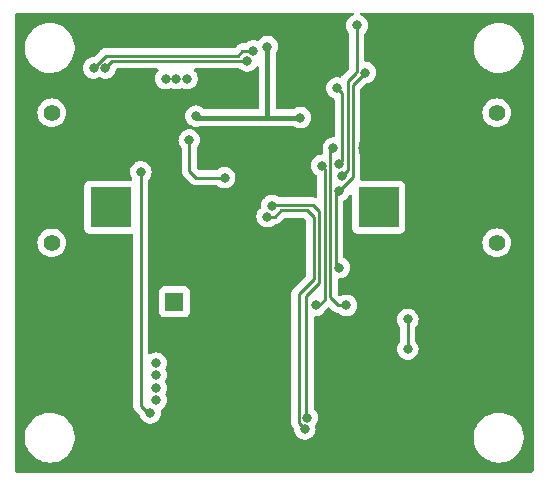
<source format=gbl>
%TF.GenerationSoftware,KiCad,Pcbnew,6.0.11-2627ca5db0~126~ubuntu20.04.1*%
%TF.CreationDate,2023-02-21T17:10:03+08:00*%
%TF.ProjectId,cityscope-can-module,63697479-7363-46f7-9065-2d63616e2d6d,v1.0*%
%TF.SameCoordinates,Original*%
%TF.FileFunction,Copper,L4,Bot*%
%TF.FilePolarity,Positive*%
%FSLAX46Y46*%
G04 Gerber Fmt 4.6, Leading zero omitted, Abs format (unit mm)*
G04 Created by KiCad (PCBNEW 6.0.11-2627ca5db0~126~ubuntu20.04.1) date 2023-02-21 17:10:03*
%MOMM*%
%LPD*%
G01*
G04 APERTURE LIST*
%TA.AperFunction,ComponentPad*%
%ADD10C,1.400000*%
%TD*%
%TA.AperFunction,ComponentPad*%
%ADD11R,3.500000X3.500000*%
%TD*%
%TA.AperFunction,ComponentPad*%
%ADD12C,3.500000*%
%TD*%
%TA.AperFunction,ComponentPad*%
%ADD13R,1.600000X1.600000*%
%TD*%
%TA.AperFunction,ComponentPad*%
%ADD14C,1.600000*%
%TD*%
%TA.AperFunction,ViaPad*%
%ADD15C,0.800000*%
%TD*%
%TA.AperFunction,Conductor*%
%ADD16C,0.400000*%
%TD*%
%TA.AperFunction,Conductor*%
%ADD17C,0.250000*%
%TD*%
G04 APERTURE END LIST*
D10*
%TO.P,J3,*%
%TO.N,*%
X157650000Y-92000000D03*
X157650000Y-81000000D03*
D11*
%TO.P,J3,1,Pin_1*%
%TO.N,+5V*%
X162650000Y-89000000D03*
D12*
%TO.P,J3,2,Pin_2*%
%TO.N,GND*%
X162650000Y-84000000D03*
%TD*%
D10*
%TO.P,J2,*%
%TO.N,*%
X195325000Y-92000000D03*
X195325000Y-81000000D03*
D11*
%TO.P,J2,1,Pin_1*%
%TO.N,+5V*%
X185325000Y-89000000D03*
D12*
%TO.P,J2,2,Pin_2*%
%TO.N,GND*%
X185325000Y-84000000D03*
%TD*%
D13*
%TO.P,C10,1*%
%TO.N,+5V*%
X168044698Y-97000000D03*
D14*
%TO.P,C10,2*%
%TO.N,GND*%
X171544698Y-97000000D03*
%TD*%
D15*
%TO.N,+5V*%
X168200000Y-78100000D03*
X166500000Y-103200000D03*
X166500000Y-102200000D03*
X167300000Y-78100000D03*
X169100000Y-78100000D03*
X166500000Y-104300000D03*
X166500000Y-105300000D03*
%TO.N,GND*%
X156800000Y-88500000D03*
X173900000Y-94100000D03*
X157700000Y-88500000D03*
X193800000Y-82100000D03*
X173000000Y-95000000D03*
X156800000Y-85600000D03*
X186800000Y-103300000D03*
X180900000Y-82600000D03*
X180900000Y-81700000D03*
X162300000Y-107700000D03*
X192000000Y-87100000D03*
X186900000Y-93200000D03*
X155000000Y-89400000D03*
X171300000Y-109800000D03*
X190800000Y-74800000D03*
X188600000Y-103300000D03*
X172100000Y-94100000D03*
X161000000Y-93400000D03*
X174400000Y-103800000D03*
X157000000Y-99800000D03*
X171300000Y-108900000D03*
X161900000Y-94300000D03*
X170400000Y-108900000D03*
X193800000Y-91000000D03*
X186000000Y-94100000D03*
X192900000Y-82100000D03*
X162300000Y-109500000D03*
X191100000Y-87100000D03*
X191100000Y-90100000D03*
X163200000Y-110400000D03*
X187800000Y-94100000D03*
X156100000Y-98900000D03*
X156100000Y-99800000D03*
X181500000Y-109400000D03*
X195600000Y-99200000D03*
X174100000Y-84800000D03*
X155000000Y-83900000D03*
X190800000Y-73900000D03*
X187800000Y-93200000D03*
X185200000Y-80800000D03*
X182400000Y-109400000D03*
X188600000Y-104200000D03*
X173000000Y-94100000D03*
X192000000Y-83000000D03*
X189900000Y-73000000D03*
X180000000Y-81700000D03*
X175300000Y-103800000D03*
X192900000Y-90100000D03*
X157900000Y-99800000D03*
X176800000Y-85700000D03*
X157700000Y-89400000D03*
X155900000Y-83900000D03*
X157700000Y-86500000D03*
X193800000Y-83000000D03*
X180000000Y-80800000D03*
X176200000Y-104700000D03*
X176800000Y-84800000D03*
X155200000Y-98900000D03*
X189500000Y-104200000D03*
X180000000Y-79900000D03*
X183300000Y-110300000D03*
X155000000Y-83000000D03*
X156800000Y-86500000D03*
X191100000Y-83000000D03*
X189900000Y-74800000D03*
X190800000Y-73000000D03*
X175000000Y-84800000D03*
X155900000Y-89400000D03*
X193800000Y-90100000D03*
X186100000Y-79900000D03*
X186900000Y-94100000D03*
X173900000Y-95000000D03*
X156800000Y-89400000D03*
X192900000Y-91000000D03*
X191100000Y-86200000D03*
X192900000Y-86200000D03*
X163200000Y-107700000D03*
X157700000Y-83900000D03*
X185200000Y-79900000D03*
X157700000Y-83000000D03*
X193800000Y-86200000D03*
X192000000Y-86200000D03*
X186800000Y-104200000D03*
X192000000Y-82100000D03*
X185100000Y-93200000D03*
X157000000Y-98900000D03*
X176200000Y-103800000D03*
X177100000Y-103800000D03*
X169500000Y-108900000D03*
X162800000Y-93400000D03*
X155000000Y-88500000D03*
X190800000Y-75700000D03*
X157900000Y-98900000D03*
X184300000Y-79900000D03*
X184200000Y-110300000D03*
X168600000Y-109800000D03*
X192000000Y-91000000D03*
X169500000Y-109800000D03*
X185100000Y-94100000D03*
X186100000Y-80800000D03*
X155200000Y-99800000D03*
X163700000Y-94300000D03*
X171200000Y-94100000D03*
X156800000Y-83900000D03*
X192900000Y-83000000D03*
X175300000Y-104700000D03*
X191100000Y-82100000D03*
X194700000Y-100100000D03*
X155900000Y-85600000D03*
X155900000Y-83000000D03*
X156800000Y-83000000D03*
X170400000Y-109800000D03*
X155900000Y-86500000D03*
X180900000Y-80800000D03*
X161900000Y-93400000D03*
X192900000Y-87100000D03*
X180900000Y-79900000D03*
X163200000Y-109500000D03*
X189900000Y-75700000D03*
X171200000Y-95000000D03*
X195600000Y-100100000D03*
X193800000Y-87100000D03*
X157700000Y-85600000D03*
X174400000Y-104700000D03*
X187000000Y-79900000D03*
X177100000Y-104700000D03*
X175900000Y-85700000D03*
X194700000Y-99200000D03*
X187000000Y-80800000D03*
X155000000Y-86500000D03*
X189500000Y-103300000D03*
X162800000Y-94300000D03*
X192000000Y-90100000D03*
X174100000Y-85700000D03*
X189900000Y-73900000D03*
X180000000Y-82600000D03*
X182400000Y-110300000D03*
X172100000Y-95000000D03*
X187700000Y-103300000D03*
X181500000Y-110300000D03*
X163700000Y-93400000D03*
X197400000Y-99200000D03*
X184300000Y-80800000D03*
X174200000Y-78000000D03*
X163200000Y-108600000D03*
X168600000Y-108900000D03*
X161000000Y-94300000D03*
X191100000Y-91000000D03*
X196500000Y-99200000D03*
X186000000Y-93200000D03*
X183300000Y-109400000D03*
X175000000Y-85700000D03*
X196500000Y-100100000D03*
X197400000Y-100100000D03*
X187700000Y-104200000D03*
X155000000Y-85600000D03*
X162300000Y-110400000D03*
X184200000Y-109400000D03*
X162300000Y-108600000D03*
X155900000Y-88500000D03*
X175900000Y-84800000D03*
%TO.N,+3.3V*%
X175900000Y-75400000D03*
X178700000Y-81400000D03*
X169875000Y-81275000D03*
%TO.N,/NRST*%
X172300000Y-86500000D03*
X184217219Y-77602460D03*
X182000000Y-94100000D03*
X182000000Y-87600000D03*
X169300000Y-83300000D03*
%TO.N,/SWCLK*%
X182600000Y-97300000D03*
X181500000Y-84000000D03*
%TO.N,/HC_TRIG*%
X179300000Y-106800000D03*
X176300000Y-88849500D03*
%TO.N,/HC_ECHO*%
X175900000Y-89800000D03*
X179083177Y-107775701D03*
%TO.N,/CAN_H*%
X162200000Y-77200000D03*
X174200000Y-76600000D03*
%TO.N,/CAN_L*%
X187800000Y-98500000D03*
X161200000Y-77200000D03*
X174729735Y-75752424D03*
X187800000Y-101000000D03*
%TO.N,/SWDIO*%
X180510063Y-85474500D03*
X180000000Y-97300000D03*
%TO.N,Net-(J4-Pad2)*%
X165200000Y-86000000D03*
X166000000Y-106400000D03*
%TO.N,/CAN_TX*%
X181959563Y-85345278D03*
X181800000Y-78900000D03*
%TO.N,/CAN_RX*%
X182212299Y-86312299D03*
X183500000Y-73600000D03*
%TD*%
D16*
%TO.N,+3.3V*%
X170000000Y-81400000D02*
X169875000Y-81275000D01*
X175900000Y-75400000D02*
X175900000Y-81300000D01*
X176500000Y-81400000D02*
X178700000Y-81400000D01*
X176000000Y-81400000D02*
X170000000Y-81400000D01*
X176500000Y-81400000D02*
X176000000Y-81400000D01*
X175900000Y-81300000D02*
X176000000Y-81400000D01*
D17*
%TO.N,/NRST*%
X183150000Y-86450000D02*
X182000000Y-87600000D01*
X183150000Y-78669679D02*
X183150000Y-85100000D01*
X181684563Y-93784563D02*
X181684563Y-87915437D01*
X169900000Y-86500000D02*
X169300000Y-85900000D01*
X172300000Y-86500000D02*
X169900000Y-86500000D01*
X182000000Y-94100000D02*
X181684563Y-93784563D01*
X183150000Y-85100000D02*
X183150000Y-86450000D01*
X184217219Y-77602460D02*
X183150000Y-78669679D01*
X169300000Y-83300000D02*
X169300000Y-85900000D01*
X181684563Y-87915437D02*
X182000000Y-87600000D01*
%TO.N,/SWCLK*%
X181234563Y-84265437D02*
X181234563Y-96134563D01*
X181900000Y-97300000D02*
X181300000Y-96700000D01*
X182600000Y-97300000D02*
X181900000Y-97300000D01*
X181234563Y-96634563D02*
X181234563Y-96134563D01*
X181500000Y-84000000D02*
X181234563Y-84265437D01*
X181300000Y-96700000D02*
X181234563Y-96634563D01*
%TO.N,/HC_TRIG*%
X179200000Y-106700000D02*
X179300000Y-106800000D01*
X179800000Y-88800000D02*
X180300000Y-89300000D01*
X180300000Y-95400000D02*
X179200000Y-96500000D01*
X180300000Y-89300000D02*
X180300000Y-95400000D01*
X176300000Y-88849500D02*
X176349500Y-88800000D01*
X176349500Y-88800000D02*
X179800000Y-88800000D01*
X179200000Y-96500000D02*
X179200000Y-106700000D01*
%TO.N,/HC_ECHO*%
X179250000Y-89250000D02*
X177100000Y-89250000D01*
X177100000Y-89250000D02*
X176550000Y-89800000D01*
X176550000Y-89800000D02*
X175900000Y-89800000D01*
X179850000Y-89850000D02*
X179250000Y-89250000D01*
X179083177Y-107775701D02*
X178575000Y-107267524D01*
X179850000Y-95050000D02*
X179850000Y-89850000D01*
X178575000Y-96325000D02*
X179850000Y-95050000D01*
X178575000Y-107267524D02*
X178575000Y-96325000D01*
%TO.N,/CAN_H*%
X162800000Y-76600000D02*
X162200000Y-77200000D01*
X174200000Y-76600000D02*
X162800000Y-76600000D01*
%TO.N,/CAN_L*%
X173797576Y-75752424D02*
X173400000Y-76150000D01*
X187800000Y-101000000D02*
X187800000Y-98500000D01*
X174729735Y-75752424D02*
X173797576Y-75752424D01*
X173400000Y-76150000D02*
X162224695Y-76150000D01*
X161200000Y-77174695D02*
X161200000Y-77200000D01*
X162224695Y-76150000D02*
X161200000Y-77174695D01*
%TO.N,/SWDIO*%
X180510063Y-85474500D02*
X180784563Y-85749000D01*
X180300000Y-97300000D02*
X180000000Y-97300000D01*
X180784563Y-96815437D02*
X180300000Y-97300000D01*
X180784563Y-85749000D02*
X180784563Y-96815437D01*
%TO.N,Net-(J4-Pad2)*%
X165200000Y-86000000D02*
X165200000Y-105800000D01*
X165800000Y-106400000D02*
X166000000Y-106400000D01*
X165200000Y-105800000D02*
X165800000Y-106400000D01*
%TO.N,/CAN_TX*%
X182250000Y-85054841D02*
X182250000Y-79800000D01*
X182250000Y-79800000D02*
X182250000Y-79350000D01*
X181959563Y-85345278D02*
X182250000Y-85054841D01*
X182250000Y-79350000D02*
X181800000Y-78900000D01*
%TO.N,/CAN_RX*%
X182700000Y-78700000D02*
X182700000Y-78300000D01*
X183500000Y-77500000D02*
X183500000Y-73600000D01*
X182700000Y-85824598D02*
X182700000Y-78700000D01*
X182212299Y-86312299D02*
X182700000Y-85824598D01*
X183400000Y-77600000D02*
X183500000Y-77500000D01*
X182700000Y-78300000D02*
X183400000Y-77600000D01*
%TD*%
%TA.AperFunction,Conductor*%
%TO.N,GND*%
G36*
X183193254Y-72528502D02*
G01*
X183239747Y-72582158D01*
X183249851Y-72652432D01*
X183220357Y-72717012D01*
X183176382Y-72749607D01*
X183049278Y-72806197D01*
X183049276Y-72806198D01*
X183043248Y-72808882D01*
X182888747Y-72921134D01*
X182760960Y-73063056D01*
X182665473Y-73228444D01*
X182606458Y-73410072D01*
X182605768Y-73416633D01*
X182605768Y-73416635D01*
X182600745Y-73464426D01*
X182586496Y-73600000D01*
X182606458Y-73789928D01*
X182665473Y-73971556D01*
X182760960Y-74136944D01*
X182834137Y-74218215D01*
X182864853Y-74282221D01*
X182866500Y-74302524D01*
X182866500Y-77185405D01*
X182846498Y-77253526D01*
X182829595Y-77274500D01*
X182307747Y-77796348D01*
X182299461Y-77803888D01*
X182292982Y-77808000D01*
X182287557Y-77813777D01*
X182246357Y-77857651D01*
X182243602Y-77860493D01*
X182223865Y-77880230D01*
X182221385Y-77883427D01*
X182213682Y-77892447D01*
X182183414Y-77924679D01*
X182179595Y-77931625D01*
X182179593Y-77931628D01*
X182173652Y-77942434D01*
X182162803Y-77958950D01*
X182151739Y-77973214D01*
X182094186Y-78014782D01*
X182025981Y-78019237D01*
X181901953Y-77992873D01*
X181901940Y-77992872D01*
X181895487Y-77991500D01*
X181704513Y-77991500D01*
X181698061Y-77992872D01*
X181698056Y-77992872D01*
X181611112Y-78011353D01*
X181517712Y-78031206D01*
X181511682Y-78033891D01*
X181511681Y-78033891D01*
X181349278Y-78106197D01*
X181349276Y-78106198D01*
X181343248Y-78108882D01*
X181188747Y-78221134D01*
X181060960Y-78363056D01*
X181057659Y-78368774D01*
X180976360Y-78509588D01*
X180965473Y-78528444D01*
X180906458Y-78710072D01*
X180905768Y-78716633D01*
X180905768Y-78716635D01*
X180898819Y-78782749D01*
X180886496Y-78900000D01*
X180906458Y-79089928D01*
X180965473Y-79271556D01*
X181060960Y-79436944D01*
X181188747Y-79578866D01*
X181343248Y-79691118D01*
X181349276Y-79693802D01*
X181349278Y-79693803D01*
X181511683Y-79766110D01*
X181511685Y-79766111D01*
X181517712Y-79768794D01*
X181524167Y-79770166D01*
X181529436Y-79771878D01*
X181588042Y-79811951D01*
X181615679Y-79877348D01*
X181616500Y-79891711D01*
X181616500Y-82965500D01*
X181596498Y-83033621D01*
X181542842Y-83080114D01*
X181490500Y-83091500D01*
X181404513Y-83091500D01*
X181398061Y-83092872D01*
X181398056Y-83092872D01*
X181317139Y-83110072D01*
X181217712Y-83131206D01*
X181211682Y-83133891D01*
X181211681Y-83133891D01*
X181049278Y-83206197D01*
X181049276Y-83206198D01*
X181043248Y-83208882D01*
X180888747Y-83321134D01*
X180760960Y-83463056D01*
X180665473Y-83628444D01*
X180606458Y-83810072D01*
X180605768Y-83816633D01*
X180605768Y-83816635D01*
X180603118Y-83841847D01*
X180586496Y-84000000D01*
X180587186Y-84006565D01*
X180602680Y-84153978D01*
X180602405Y-84180180D01*
X180601063Y-84185407D01*
X180601063Y-84205661D01*
X180599512Y-84225371D01*
X180596343Y-84245380D01*
X180597089Y-84253272D01*
X180600504Y-84289398D01*
X180601063Y-84301256D01*
X180601063Y-84440000D01*
X180581061Y-84508121D01*
X180527405Y-84554614D01*
X180475063Y-84566000D01*
X180414576Y-84566000D01*
X180408124Y-84567372D01*
X180408119Y-84567372D01*
X180321175Y-84585853D01*
X180227775Y-84605706D01*
X180221745Y-84608391D01*
X180221744Y-84608391D01*
X180059341Y-84680697D01*
X180059339Y-84680698D01*
X180053311Y-84683382D01*
X179898810Y-84795634D01*
X179771023Y-84937556D01*
X179675536Y-85102944D01*
X179616521Y-85284572D01*
X179596559Y-85474500D01*
X179597249Y-85481065D01*
X179613400Y-85634729D01*
X179616521Y-85664428D01*
X179675536Y-85846056D01*
X179771023Y-86011444D01*
X179898810Y-86153366D01*
X180053311Y-86265618D01*
X180059338Y-86268301D01*
X180059346Y-86268306D01*
X180076313Y-86275860D01*
X180130408Y-86321840D01*
X180151063Y-86390966D01*
X180151063Y-88070275D01*
X180131061Y-88138396D01*
X180077405Y-88184889D01*
X180007131Y-88194993D01*
X179989906Y-88191271D01*
X179985423Y-88189968D01*
X179978145Y-88186819D01*
X179970315Y-88185579D01*
X179970309Y-88185577D01*
X179934476Y-88179901D01*
X179922856Y-88177495D01*
X179887711Y-88168472D01*
X179887710Y-88168472D01*
X179880030Y-88166500D01*
X179859776Y-88166500D01*
X179840065Y-88164949D01*
X179827886Y-88163020D01*
X179820057Y-88161780D01*
X179812165Y-88162526D01*
X179776039Y-88165941D01*
X179764181Y-88166500D01*
X176946503Y-88166500D01*
X176878382Y-88146498D01*
X176872442Y-88142436D01*
X176762094Y-88062263D01*
X176762093Y-88062262D01*
X176756752Y-88058382D01*
X176750724Y-88055698D01*
X176750722Y-88055697D01*
X176588319Y-87983391D01*
X176588318Y-87983391D01*
X176582288Y-87980706D01*
X176488888Y-87960853D01*
X176401944Y-87942372D01*
X176401939Y-87942372D01*
X176395487Y-87941000D01*
X176204513Y-87941000D01*
X176198061Y-87942372D01*
X176198056Y-87942372D01*
X176111113Y-87960853D01*
X176017712Y-87980706D01*
X176011682Y-87983391D01*
X176011681Y-87983391D01*
X175849278Y-88055697D01*
X175849276Y-88055698D01*
X175843248Y-88058382D01*
X175688747Y-88170634D01*
X175684326Y-88175544D01*
X175684325Y-88175545D01*
X175591295Y-88278866D01*
X175560960Y-88312556D01*
X175465473Y-88477944D01*
X175406458Y-88659572D01*
X175386496Y-88849500D01*
X175387186Y-88856065D01*
X175398481Y-88963535D01*
X175385709Y-89033373D01*
X175347233Y-89078640D01*
X175294094Y-89117249D01*
X175288747Y-89121134D01*
X175160960Y-89263056D01*
X175065473Y-89428444D01*
X175006458Y-89610072D01*
X174986496Y-89800000D01*
X175006458Y-89989928D01*
X175065473Y-90171556D01*
X175160960Y-90336944D01*
X175165378Y-90341851D01*
X175165379Y-90341852D01*
X175284007Y-90473602D01*
X175288747Y-90478866D01*
X175443248Y-90591118D01*
X175449276Y-90593802D01*
X175449278Y-90593803D01*
X175611681Y-90666109D01*
X175617712Y-90668794D01*
X175711113Y-90688647D01*
X175798056Y-90707128D01*
X175798061Y-90707128D01*
X175804513Y-90708500D01*
X175995487Y-90708500D01*
X176001939Y-90707128D01*
X176001944Y-90707128D01*
X176088887Y-90688647D01*
X176182288Y-90668794D01*
X176188319Y-90666109D01*
X176350722Y-90593803D01*
X176350724Y-90593802D01*
X176356752Y-90591118D01*
X176511253Y-90478866D01*
X176515900Y-90473705D01*
X176516067Y-90473602D01*
X176520577Y-90469541D01*
X176521320Y-90470366D01*
X176576344Y-90436466D01*
X176593151Y-90433086D01*
X176593273Y-90433070D01*
X176605693Y-90432062D01*
X176637951Y-90431048D01*
X176641970Y-90430922D01*
X176649889Y-90430673D01*
X176669343Y-90425021D01*
X176688700Y-90421013D01*
X176700930Y-90419468D01*
X176700931Y-90419468D01*
X176708797Y-90418474D01*
X176716168Y-90415555D01*
X176716170Y-90415555D01*
X176749912Y-90402196D01*
X176761142Y-90398351D01*
X176795983Y-90388229D01*
X176795984Y-90388229D01*
X176803593Y-90386018D01*
X176810412Y-90381985D01*
X176810417Y-90381983D01*
X176821028Y-90375707D01*
X176838776Y-90367012D01*
X176857617Y-90359552D01*
X176893387Y-90333564D01*
X176903307Y-90327048D01*
X176934535Y-90308580D01*
X176934538Y-90308578D01*
X176941362Y-90304542D01*
X176955683Y-90290221D01*
X176970717Y-90277380D01*
X176980694Y-90270131D01*
X176987107Y-90265472D01*
X177015298Y-90231395D01*
X177023288Y-90222616D01*
X177325499Y-89920405D01*
X177387811Y-89886379D01*
X177414594Y-89883500D01*
X178935406Y-89883500D01*
X179003527Y-89903502D01*
X179024501Y-89920405D01*
X179179595Y-90075499D01*
X179213621Y-90137811D01*
X179216500Y-90164594D01*
X179216500Y-94735405D01*
X179196498Y-94803526D01*
X179179595Y-94824500D01*
X178182747Y-95821348D01*
X178174461Y-95828888D01*
X178167982Y-95833000D01*
X178162557Y-95838777D01*
X178121357Y-95882651D01*
X178118602Y-95885493D01*
X178098865Y-95905230D01*
X178096385Y-95908427D01*
X178088682Y-95917447D01*
X178058414Y-95949679D01*
X178054595Y-95956625D01*
X178054593Y-95956628D01*
X178048652Y-95967434D01*
X178037801Y-95983953D01*
X178025386Y-95999959D01*
X178022241Y-96007228D01*
X178022238Y-96007232D01*
X178007826Y-96040537D01*
X178002609Y-96051187D01*
X177981305Y-96089940D01*
X177979334Y-96097615D01*
X177979334Y-96097616D01*
X177976267Y-96109562D01*
X177969863Y-96128266D01*
X177961819Y-96146855D01*
X177960580Y-96154678D01*
X177960577Y-96154688D01*
X177954901Y-96190524D01*
X177952495Y-96202144D01*
X177941500Y-96244970D01*
X177941500Y-96265224D01*
X177939949Y-96284934D01*
X177936780Y-96304943D01*
X177937526Y-96312835D01*
X177940941Y-96348961D01*
X177941500Y-96360819D01*
X177941500Y-107188757D01*
X177940973Y-107199940D01*
X177939298Y-107207433D01*
X177939547Y-107215359D01*
X177939547Y-107215360D01*
X177941438Y-107275510D01*
X177941500Y-107279469D01*
X177941500Y-107307380D01*
X177941997Y-107311314D01*
X177941997Y-107311315D01*
X177942005Y-107311380D01*
X177942938Y-107323217D01*
X177944327Y-107367413D01*
X177949978Y-107386863D01*
X177953987Y-107406224D01*
X177956526Y-107426321D01*
X177959445Y-107433692D01*
X177959445Y-107433694D01*
X177972804Y-107467436D01*
X177976649Y-107478666D01*
X177988982Y-107521117D01*
X177993015Y-107527936D01*
X177993017Y-107527941D01*
X177999293Y-107538552D01*
X178007988Y-107556300D01*
X178015448Y-107575141D01*
X178020110Y-107581557D01*
X178020110Y-107581558D01*
X178041436Y-107610911D01*
X178047952Y-107620831D01*
X178070458Y-107658886D01*
X178084779Y-107673207D01*
X178097619Y-107688240D01*
X178109528Y-107704631D01*
X178115634Y-107709682D01*
X178127601Y-107719582D01*
X178167338Y-107778416D01*
X178172594Y-107803495D01*
X178173184Y-107809103D01*
X178189635Y-107965629D01*
X178248650Y-108147257D01*
X178344137Y-108312645D01*
X178348555Y-108317552D01*
X178348556Y-108317553D01*
X178373464Y-108345216D01*
X178471924Y-108454567D01*
X178626425Y-108566819D01*
X178632453Y-108569503D01*
X178632455Y-108569504D01*
X178794858Y-108641810D01*
X178800889Y-108644495D01*
X178869299Y-108659036D01*
X178981233Y-108682829D01*
X178981238Y-108682829D01*
X178987690Y-108684201D01*
X179178664Y-108684201D01*
X179185116Y-108682829D01*
X179185121Y-108682829D01*
X179297055Y-108659036D01*
X179365465Y-108644495D01*
X179371496Y-108641810D01*
X179391951Y-108632703D01*
X193390743Y-108632703D01*
X193428268Y-108917734D01*
X193504129Y-109195036D01*
X193616923Y-109459476D01*
X193764561Y-109706161D01*
X193944313Y-109930528D01*
X194152851Y-110128423D01*
X194386317Y-110296186D01*
X194390112Y-110298195D01*
X194390113Y-110298196D01*
X194411869Y-110309715D01*
X194640392Y-110430712D01*
X194910373Y-110529511D01*
X195191264Y-110590755D01*
X195219841Y-110593004D01*
X195414282Y-110608307D01*
X195414291Y-110608307D01*
X195416739Y-110608500D01*
X195572271Y-110608500D01*
X195574407Y-110608354D01*
X195574418Y-110608354D01*
X195782548Y-110594165D01*
X195782554Y-110594164D01*
X195786825Y-110593873D01*
X195791020Y-110593004D01*
X195791022Y-110593004D01*
X195927584Y-110564723D01*
X196068342Y-110535574D01*
X196339343Y-110439607D01*
X196594812Y-110307750D01*
X196598313Y-110305289D01*
X196598317Y-110305287D01*
X196712418Y-110225095D01*
X196830023Y-110142441D01*
X197040622Y-109946740D01*
X197222713Y-109724268D01*
X197372927Y-109479142D01*
X197488483Y-109215898D01*
X197567244Y-108939406D01*
X197597515Y-108726704D01*
X197607146Y-108659036D01*
X197607146Y-108659034D01*
X197607751Y-108654784D01*
X197607845Y-108636951D01*
X197609235Y-108371583D01*
X197609235Y-108371576D01*
X197609257Y-108367297D01*
X197571732Y-108082266D01*
X197495871Y-107804964D01*
X197442663Y-107680221D01*
X197384763Y-107544476D01*
X197384761Y-107544472D01*
X197383077Y-107540524D01*
X197291113Y-107386863D01*
X197237643Y-107297521D01*
X197237640Y-107297517D01*
X197235439Y-107293839D01*
X197055687Y-107069472D01*
X196932289Y-106952372D01*
X196850258Y-106874527D01*
X196850255Y-106874525D01*
X196847149Y-106871577D01*
X196613683Y-106703814D01*
X196591843Y-106692250D01*
X196568654Y-106679972D01*
X196359608Y-106569288D01*
X196089627Y-106470489D01*
X195808736Y-106409245D01*
X195774683Y-106406565D01*
X195585718Y-106391693D01*
X195585709Y-106391693D01*
X195583261Y-106391500D01*
X195427729Y-106391500D01*
X195425593Y-106391646D01*
X195425582Y-106391646D01*
X195217452Y-106405835D01*
X195217446Y-106405836D01*
X195213175Y-106406127D01*
X195208980Y-106406996D01*
X195208978Y-106406996D01*
X195075060Y-106434729D01*
X194931658Y-106464426D01*
X194660657Y-106560393D01*
X194405188Y-106692250D01*
X194401687Y-106694711D01*
X194401683Y-106694713D01*
X194391594Y-106701804D01*
X194169977Y-106857559D01*
X193959378Y-107053260D01*
X193777287Y-107275732D01*
X193627073Y-107520858D01*
X193625347Y-107524791D01*
X193625346Y-107524792D01*
X193585433Y-107615716D01*
X193511517Y-107784102D01*
X193432756Y-108060594D01*
X193392249Y-108345216D01*
X193392227Y-108349505D01*
X193392226Y-108349512D01*
X193391108Y-108562938D01*
X193390743Y-108632703D01*
X179391951Y-108632703D01*
X179533899Y-108569504D01*
X179533901Y-108569503D01*
X179539929Y-108566819D01*
X179694430Y-108454567D01*
X179792890Y-108345216D01*
X179817798Y-108317553D01*
X179817799Y-108317552D01*
X179822217Y-108312645D01*
X179917704Y-108147257D01*
X179976719Y-107965629D01*
X179996681Y-107775701D01*
X179984993Y-107664497D01*
X179977409Y-107592336D01*
X179977409Y-107592334D01*
X179976719Y-107585773D01*
X179956314Y-107522972D01*
X179954287Y-107452004D01*
X179982511Y-107399726D01*
X180034621Y-107341852D01*
X180034622Y-107341851D01*
X180039040Y-107336944D01*
X180134527Y-107171556D01*
X180193542Y-106989928D01*
X180213504Y-106800000D01*
X180193542Y-106610072D01*
X180134527Y-106428444D01*
X180123443Y-106409245D01*
X180042341Y-106268774D01*
X180039040Y-106263056D01*
X180020224Y-106242158D01*
X179915675Y-106126045D01*
X179915674Y-106126044D01*
X179911253Y-106121134D01*
X179892649Y-106107617D01*
X179885439Y-106102379D01*
X179842085Y-106046157D01*
X179833500Y-106000443D01*
X179833500Y-101000000D01*
X186886496Y-101000000D01*
X186906458Y-101189928D01*
X186965473Y-101371556D01*
X187060960Y-101536944D01*
X187065378Y-101541851D01*
X187065379Y-101541852D01*
X187170092Y-101658148D01*
X187188747Y-101678866D01*
X187343248Y-101791118D01*
X187349276Y-101793802D01*
X187349278Y-101793803D01*
X187441200Y-101834729D01*
X187517712Y-101868794D01*
X187611112Y-101888647D01*
X187698056Y-101907128D01*
X187698061Y-101907128D01*
X187704513Y-101908500D01*
X187895487Y-101908500D01*
X187901939Y-101907128D01*
X187901944Y-101907128D01*
X187988888Y-101888647D01*
X188082288Y-101868794D01*
X188158800Y-101834729D01*
X188250722Y-101793803D01*
X188250724Y-101793802D01*
X188256752Y-101791118D01*
X188411253Y-101678866D01*
X188429908Y-101658148D01*
X188534621Y-101541852D01*
X188534622Y-101541851D01*
X188539040Y-101536944D01*
X188634527Y-101371556D01*
X188693542Y-101189928D01*
X188713504Y-101000000D01*
X188693542Y-100810072D01*
X188634527Y-100628444D01*
X188539040Y-100463056D01*
X188465863Y-100381785D01*
X188435147Y-100317779D01*
X188433500Y-100297476D01*
X188433500Y-99202524D01*
X188453502Y-99134403D01*
X188465858Y-99118221D01*
X188539040Y-99036944D01*
X188634527Y-98871556D01*
X188693542Y-98689928D01*
X188713504Y-98500000D01*
X188712814Y-98493435D01*
X188694232Y-98316635D01*
X188694232Y-98316633D01*
X188693542Y-98310072D01*
X188634527Y-98128444D01*
X188539040Y-97963056D01*
X188500362Y-97920099D01*
X188415675Y-97826045D01*
X188415674Y-97826044D01*
X188411253Y-97821134D01*
X188256752Y-97708882D01*
X188250724Y-97706198D01*
X188250722Y-97706197D01*
X188088319Y-97633891D01*
X188088318Y-97633891D01*
X188082288Y-97631206D01*
X187988887Y-97611353D01*
X187901944Y-97592872D01*
X187901939Y-97592872D01*
X187895487Y-97591500D01*
X187704513Y-97591500D01*
X187698061Y-97592872D01*
X187698056Y-97592872D01*
X187611112Y-97611353D01*
X187517712Y-97631206D01*
X187511682Y-97633891D01*
X187511681Y-97633891D01*
X187349278Y-97706197D01*
X187349276Y-97706198D01*
X187343248Y-97708882D01*
X187188747Y-97821134D01*
X187184326Y-97826044D01*
X187184325Y-97826045D01*
X187099639Y-97920099D01*
X187060960Y-97963056D01*
X186965473Y-98128444D01*
X186906458Y-98310072D01*
X186905768Y-98316633D01*
X186905768Y-98316635D01*
X186887186Y-98493435D01*
X186886496Y-98500000D01*
X186906458Y-98689928D01*
X186965473Y-98871556D01*
X187060960Y-99036944D01*
X187134137Y-99118215D01*
X187164853Y-99182221D01*
X187166500Y-99202524D01*
X187166500Y-100297476D01*
X187146498Y-100365597D01*
X187134142Y-100381779D01*
X187060960Y-100463056D01*
X186965473Y-100628444D01*
X186906458Y-100810072D01*
X186886496Y-101000000D01*
X179833500Y-101000000D01*
X179833500Y-98334500D01*
X179853502Y-98266379D01*
X179907158Y-98219886D01*
X179959500Y-98208500D01*
X180095487Y-98208500D01*
X180101939Y-98207128D01*
X180101944Y-98207128D01*
X180188888Y-98188647D01*
X180282288Y-98168794D01*
X180288319Y-98166109D01*
X180450722Y-98093803D01*
X180450724Y-98093802D01*
X180456752Y-98091118D01*
X180611253Y-97978866D01*
X180615675Y-97973955D01*
X180734621Y-97841852D01*
X180734622Y-97841851D01*
X180739040Y-97836944D01*
X180814527Y-97706197D01*
X180831226Y-97677274D01*
X180831227Y-97677272D01*
X180834527Y-97671556D01*
X180834739Y-97671678D01*
X180857848Y-97638056D01*
X181010905Y-97484999D01*
X181073217Y-97450973D01*
X181144032Y-97456038D01*
X181189095Y-97484999D01*
X181396343Y-97692247D01*
X181403887Y-97700537D01*
X181408000Y-97707018D01*
X181413777Y-97712443D01*
X181457667Y-97753658D01*
X181460509Y-97756413D01*
X181480230Y-97776134D01*
X181483425Y-97778612D01*
X181492447Y-97786318D01*
X181524679Y-97816586D01*
X181531628Y-97820406D01*
X181542432Y-97826346D01*
X181558956Y-97837199D01*
X181574959Y-97849613D01*
X181615543Y-97867176D01*
X181626173Y-97872383D01*
X181664940Y-97893695D01*
X181672617Y-97895666D01*
X181672622Y-97895668D01*
X181684558Y-97898732D01*
X181703266Y-97905137D01*
X181721855Y-97913181D01*
X181729683Y-97914421D01*
X181729690Y-97914423D01*
X181765524Y-97920099D01*
X181777144Y-97922505D01*
X181812289Y-97931528D01*
X181819970Y-97933500D01*
X181840224Y-97933500D01*
X181859934Y-97935051D01*
X181879943Y-97938220D01*
X181887835Y-97937474D01*
X181895758Y-97937723D01*
X181895678Y-97940264D01*
X181953131Y-97951396D01*
X181979592Y-97969694D01*
X181984325Y-97973955D01*
X181988747Y-97978866D01*
X182143248Y-98091118D01*
X182149276Y-98093802D01*
X182149278Y-98093803D01*
X182311681Y-98166109D01*
X182317712Y-98168794D01*
X182411112Y-98188647D01*
X182498056Y-98207128D01*
X182498061Y-98207128D01*
X182504513Y-98208500D01*
X182695487Y-98208500D01*
X182701939Y-98207128D01*
X182701944Y-98207128D01*
X182788888Y-98188647D01*
X182882288Y-98168794D01*
X182888319Y-98166109D01*
X183050722Y-98093803D01*
X183050724Y-98093802D01*
X183056752Y-98091118D01*
X183211253Y-97978866D01*
X183215675Y-97973955D01*
X183334621Y-97841852D01*
X183334622Y-97841851D01*
X183339040Y-97836944D01*
X183414527Y-97706197D01*
X183431223Y-97677279D01*
X183431224Y-97677278D01*
X183434527Y-97671556D01*
X183493542Y-97489928D01*
X183513504Y-97300000D01*
X183493542Y-97110072D01*
X183434527Y-96928444D01*
X183339040Y-96763056D01*
X183211253Y-96621134D01*
X183056752Y-96508882D01*
X183050724Y-96506198D01*
X183050722Y-96506197D01*
X182888319Y-96433891D01*
X182888318Y-96433891D01*
X182882288Y-96431206D01*
X182788887Y-96411353D01*
X182701944Y-96392872D01*
X182701939Y-96392872D01*
X182695487Y-96391500D01*
X182504513Y-96391500D01*
X182498061Y-96392872D01*
X182498056Y-96392872D01*
X182411113Y-96411353D01*
X182317712Y-96431206D01*
X182311682Y-96433891D01*
X182311681Y-96433891D01*
X182149274Y-96506199D01*
X182143248Y-96508882D01*
X182139150Y-96511859D01*
X182070708Y-96528464D01*
X182003616Y-96505245D01*
X181987606Y-96491702D01*
X181904967Y-96409062D01*
X181870942Y-96346749D01*
X181868063Y-96319967D01*
X181868063Y-95134500D01*
X181888065Y-95066379D01*
X181941721Y-95019886D01*
X181994063Y-95008500D01*
X182095487Y-95008500D01*
X182101939Y-95007128D01*
X182101944Y-95007128D01*
X182188888Y-94988647D01*
X182282288Y-94968794D01*
X182288319Y-94966109D01*
X182450722Y-94893803D01*
X182450724Y-94893802D01*
X182456752Y-94891118D01*
X182611253Y-94778866D01*
X182615675Y-94773955D01*
X182734621Y-94641852D01*
X182734622Y-94641851D01*
X182739040Y-94636944D01*
X182834527Y-94471556D01*
X182893542Y-94289928D01*
X182913504Y-94100000D01*
X182893542Y-93910072D01*
X182834527Y-93728444D01*
X182739040Y-93563056D01*
X182611253Y-93421134D01*
X182456752Y-93308882D01*
X182450724Y-93306198D01*
X182450722Y-93306197D01*
X182392814Y-93280415D01*
X182338718Y-93234435D01*
X182318063Y-93165308D01*
X182318063Y-92000000D01*
X194111884Y-92000000D01*
X194130314Y-92210655D01*
X194185044Y-92414910D01*
X194274411Y-92606558D01*
X194395699Y-92779776D01*
X194545224Y-92929301D01*
X194718442Y-93050589D01*
X194723420Y-93052910D01*
X194723423Y-93052912D01*
X194905108Y-93137633D01*
X194910090Y-93139956D01*
X194915398Y-93141378D01*
X194915400Y-93141379D01*
X195109030Y-93193262D01*
X195109032Y-93193262D01*
X195114345Y-93194686D01*
X195325000Y-93213116D01*
X195535655Y-93194686D01*
X195540968Y-93193262D01*
X195540970Y-93193262D01*
X195734600Y-93141379D01*
X195734602Y-93141378D01*
X195739910Y-93139956D01*
X195744892Y-93137633D01*
X195926577Y-93052912D01*
X195926580Y-93052910D01*
X195931558Y-93050589D01*
X196104776Y-92929301D01*
X196254301Y-92779776D01*
X196375589Y-92606558D01*
X196464956Y-92414910D01*
X196519686Y-92210655D01*
X196538116Y-92000000D01*
X196519686Y-91789345D01*
X196464956Y-91585090D01*
X196375589Y-91393442D01*
X196254301Y-91220224D01*
X196104776Y-91070699D01*
X195931558Y-90949411D01*
X195926580Y-90947090D01*
X195926577Y-90947088D01*
X195744892Y-90862367D01*
X195744891Y-90862366D01*
X195739910Y-90860044D01*
X195734602Y-90858622D01*
X195734600Y-90858621D01*
X195540970Y-90806738D01*
X195540968Y-90806738D01*
X195535655Y-90805314D01*
X195325000Y-90786884D01*
X195114345Y-90805314D01*
X195109032Y-90806738D01*
X195109030Y-90806738D01*
X194915400Y-90858621D01*
X194915398Y-90858622D01*
X194910090Y-90860044D01*
X194905109Y-90862366D01*
X194905108Y-90862367D01*
X194723423Y-90947088D01*
X194723420Y-90947090D01*
X194718442Y-90949411D01*
X194545224Y-91070699D01*
X194395699Y-91220224D01*
X194274411Y-91393442D01*
X194185044Y-91585090D01*
X194130314Y-91789345D01*
X194111884Y-92000000D01*
X182318063Y-92000000D01*
X182318063Y-88534692D01*
X182338065Y-88466571D01*
X182392814Y-88419585D01*
X182450722Y-88393803D01*
X182450724Y-88393802D01*
X182456752Y-88391118D01*
X182611253Y-88278866D01*
X182620245Y-88268879D01*
X182734621Y-88141852D01*
X182734622Y-88141851D01*
X182739040Y-88136944D01*
X182831381Y-87977005D01*
X182882764Y-87928012D01*
X182952477Y-87914576D01*
X183018388Y-87940962D01*
X183059570Y-87998795D01*
X183066500Y-88040005D01*
X183066500Y-90798134D01*
X183073255Y-90860316D01*
X183124385Y-90996705D01*
X183211739Y-91113261D01*
X183328295Y-91200615D01*
X183464684Y-91251745D01*
X183526866Y-91258500D01*
X187123134Y-91258500D01*
X187185316Y-91251745D01*
X187321705Y-91200615D01*
X187438261Y-91113261D01*
X187525615Y-90996705D01*
X187576745Y-90860316D01*
X187583500Y-90798134D01*
X187583500Y-87201866D01*
X187576745Y-87139684D01*
X187525615Y-87003295D01*
X187438261Y-86886739D01*
X187321705Y-86799385D01*
X187185316Y-86748255D01*
X187123134Y-86741500D01*
X183892755Y-86741500D01*
X183824634Y-86721498D01*
X183778141Y-86667842D01*
X183768307Y-86595784D01*
X183770099Y-86584473D01*
X183772505Y-86572856D01*
X183781528Y-86537711D01*
X183781528Y-86537710D01*
X183783500Y-86530030D01*
X183783500Y-86509776D01*
X183785051Y-86490065D01*
X183786980Y-86477886D01*
X183788220Y-86470057D01*
X183784059Y-86426038D01*
X183783500Y-86414181D01*
X183783500Y-81000000D01*
X194111884Y-81000000D01*
X194130314Y-81210655D01*
X194185044Y-81414910D01*
X194187366Y-81419891D01*
X194187367Y-81419892D01*
X194269584Y-81596206D01*
X194274411Y-81606558D01*
X194395699Y-81779776D01*
X194545224Y-81929301D01*
X194718442Y-82050589D01*
X194723420Y-82052910D01*
X194723423Y-82052912D01*
X194905108Y-82137633D01*
X194910090Y-82139956D01*
X194915398Y-82141378D01*
X194915400Y-82141379D01*
X195109030Y-82193262D01*
X195109032Y-82193262D01*
X195114345Y-82194686D01*
X195325000Y-82213116D01*
X195535655Y-82194686D01*
X195540968Y-82193262D01*
X195540970Y-82193262D01*
X195734600Y-82141379D01*
X195734602Y-82141378D01*
X195739910Y-82139956D01*
X195744892Y-82137633D01*
X195926577Y-82052912D01*
X195926580Y-82052910D01*
X195931558Y-82050589D01*
X196104776Y-81929301D01*
X196254301Y-81779776D01*
X196375589Y-81606558D01*
X196380417Y-81596206D01*
X196462633Y-81419892D01*
X196462634Y-81419891D01*
X196464956Y-81414910D01*
X196519686Y-81210655D01*
X196538116Y-81000000D01*
X196519686Y-80789345D01*
X196501409Y-80721134D01*
X196466379Y-80590400D01*
X196466378Y-80590398D01*
X196464956Y-80585090D01*
X196455821Y-80565500D01*
X196377912Y-80398423D01*
X196377910Y-80398420D01*
X196375589Y-80393442D01*
X196254301Y-80220224D01*
X196104776Y-80070699D01*
X195931558Y-79949411D01*
X195926580Y-79947090D01*
X195926577Y-79947088D01*
X195744892Y-79862367D01*
X195744891Y-79862366D01*
X195739910Y-79860044D01*
X195734602Y-79858622D01*
X195734600Y-79858621D01*
X195540970Y-79806738D01*
X195540968Y-79806738D01*
X195535655Y-79805314D01*
X195325000Y-79786884D01*
X195114345Y-79805314D01*
X195109032Y-79806738D01*
X195109030Y-79806738D01*
X194915400Y-79858621D01*
X194915398Y-79858622D01*
X194910090Y-79860044D01*
X194905109Y-79862366D01*
X194905108Y-79862367D01*
X194723423Y-79947088D01*
X194723420Y-79947090D01*
X194718442Y-79949411D01*
X194545224Y-80070699D01*
X194395699Y-80220224D01*
X194274411Y-80393442D01*
X194272090Y-80398420D01*
X194272088Y-80398423D01*
X194194179Y-80565500D01*
X194185044Y-80585090D01*
X194183622Y-80590398D01*
X194183621Y-80590400D01*
X194148591Y-80721134D01*
X194130314Y-80789345D01*
X194111884Y-81000000D01*
X183783500Y-81000000D01*
X183783500Y-78984273D01*
X183803502Y-78916152D01*
X183820405Y-78895178D01*
X184167718Y-78547865D01*
X184230030Y-78513839D01*
X184256813Y-78510960D01*
X184312706Y-78510960D01*
X184319158Y-78509588D01*
X184319163Y-78509588D01*
X184406107Y-78491107D01*
X184499507Y-78471254D01*
X184512945Y-78465271D01*
X184667941Y-78396263D01*
X184667943Y-78396262D01*
X184673971Y-78393578D01*
X184828472Y-78281326D01*
X184956259Y-78139404D01*
X185040859Y-77992873D01*
X185048442Y-77979739D01*
X185048443Y-77979738D01*
X185051746Y-77974016D01*
X185110761Y-77792388D01*
X185116073Y-77741852D01*
X185130033Y-77609025D01*
X185130723Y-77602460D01*
X185116392Y-77466109D01*
X185111451Y-77419095D01*
X185111451Y-77419093D01*
X185110761Y-77412532D01*
X185051746Y-77230904D01*
X184956259Y-77065516D01*
X184912247Y-77016635D01*
X184832894Y-76928505D01*
X184832893Y-76928504D01*
X184828472Y-76923594D01*
X184673971Y-76811342D01*
X184667943Y-76808658D01*
X184667941Y-76808657D01*
X184505538Y-76736351D01*
X184505537Y-76736351D01*
X184499507Y-76733666D01*
X184406106Y-76713813D01*
X184319163Y-76695332D01*
X184319158Y-76695332D01*
X184312706Y-76693960D01*
X184259500Y-76693960D01*
X184191379Y-76673958D01*
X184144886Y-76620302D01*
X184133500Y-76567960D01*
X184133500Y-75632703D01*
X193390743Y-75632703D01*
X193391302Y-75636947D01*
X193391302Y-75636951D01*
X193397566Y-75684528D01*
X193428268Y-75917734D01*
X193504129Y-76195036D01*
X193505813Y-76198984D01*
X193595343Y-76408882D01*
X193616923Y-76459476D01*
X193764561Y-76706161D01*
X193944313Y-76930528D01*
X194028135Y-77010072D01*
X194092200Y-77070867D01*
X194152851Y-77128423D01*
X194295468Y-77230904D01*
X194367618Y-77282749D01*
X194386317Y-77296186D01*
X194390112Y-77298195D01*
X194390113Y-77298196D01*
X194411869Y-77309715D01*
X194640392Y-77430712D01*
X194664699Y-77439607D01*
X194849209Y-77507128D01*
X194910373Y-77529511D01*
X195191264Y-77590755D01*
X195219841Y-77593004D01*
X195414282Y-77608307D01*
X195414291Y-77608307D01*
X195416739Y-77608500D01*
X195572271Y-77608500D01*
X195574407Y-77608354D01*
X195574418Y-77608354D01*
X195782548Y-77594165D01*
X195782554Y-77594164D01*
X195786825Y-77593873D01*
X195791020Y-77593004D01*
X195791022Y-77593004D01*
X195935636Y-77563056D01*
X196068342Y-77535574D01*
X196339343Y-77439607D01*
X196594812Y-77307750D01*
X196598313Y-77305289D01*
X196598317Y-77305287D01*
X196790940Y-77169909D01*
X196830023Y-77142441D01*
X197040622Y-76946740D01*
X197222713Y-76724268D01*
X197372927Y-76479142D01*
X197488483Y-76215898D01*
X197567244Y-75939406D01*
X197598669Y-75718598D01*
X197607146Y-75659036D01*
X197607146Y-75659034D01*
X197607751Y-75654784D01*
X197607845Y-75636951D01*
X197609235Y-75371583D01*
X197609235Y-75371576D01*
X197609257Y-75367297D01*
X197571732Y-75082266D01*
X197495871Y-74804964D01*
X197413890Y-74612763D01*
X197384763Y-74544476D01*
X197384761Y-74544472D01*
X197383077Y-74540524D01*
X197235439Y-74293839D01*
X197055687Y-74069472D01*
X196847149Y-73871577D01*
X196613683Y-73703814D01*
X196591843Y-73692250D01*
X196568654Y-73679972D01*
X196359608Y-73569288D01*
X196089627Y-73470489D01*
X195808736Y-73409245D01*
X195777685Y-73406801D01*
X195585718Y-73391693D01*
X195585709Y-73391693D01*
X195583261Y-73391500D01*
X195427729Y-73391500D01*
X195425593Y-73391646D01*
X195425582Y-73391646D01*
X195217452Y-73405835D01*
X195217446Y-73405836D01*
X195213175Y-73406127D01*
X195208980Y-73406996D01*
X195208978Y-73406996D01*
X195162433Y-73416635D01*
X194931658Y-73464426D01*
X194660657Y-73560393D01*
X194405188Y-73692250D01*
X194401687Y-73694711D01*
X194401683Y-73694713D01*
X194391594Y-73701804D01*
X194169977Y-73857559D01*
X193959378Y-74053260D01*
X193777287Y-74275732D01*
X193627073Y-74520858D01*
X193625347Y-74524791D01*
X193625346Y-74524792D01*
X193539158Y-74721134D01*
X193511517Y-74784102D01*
X193432756Y-75060594D01*
X193392249Y-75345216D01*
X193392227Y-75349505D01*
X193392226Y-75349512D01*
X193390794Y-75622953D01*
X193390743Y-75632703D01*
X184133500Y-75632703D01*
X184133500Y-74302524D01*
X184153502Y-74234403D01*
X184165858Y-74218221D01*
X184239040Y-74136944D01*
X184334527Y-73971556D01*
X184393542Y-73789928D01*
X184413504Y-73600000D01*
X184399255Y-73464426D01*
X184394232Y-73416635D01*
X184394232Y-73416633D01*
X184393542Y-73410072D01*
X184334527Y-73228444D01*
X184239040Y-73063056D01*
X184111253Y-72921134D01*
X183956752Y-72808882D01*
X183950724Y-72806198D01*
X183950722Y-72806197D01*
X183823618Y-72749607D01*
X183769522Y-72703627D01*
X183748873Y-72635700D01*
X183768225Y-72567391D01*
X183821436Y-72520390D01*
X183874867Y-72508500D01*
X198150633Y-72508500D01*
X198170018Y-72510000D01*
X198184851Y-72512310D01*
X198184855Y-72512310D01*
X198193724Y-72513691D01*
X198202628Y-72512527D01*
X198211599Y-72512636D01*
X198211589Y-72513451D01*
X198233100Y-72513743D01*
X198270366Y-72519645D01*
X198307859Y-72531827D01*
X198353560Y-72555113D01*
X198385452Y-72578285D01*
X198421715Y-72614548D01*
X198444887Y-72646440D01*
X198468173Y-72692141D01*
X198480354Y-72729631D01*
X198486119Y-72766025D01*
X198487551Y-72785750D01*
X198486309Y-72793724D01*
X198487474Y-72802632D01*
X198490436Y-72825283D01*
X198491500Y-72841621D01*
X198491500Y-111150633D01*
X198490000Y-111170018D01*
X198487690Y-111184851D01*
X198487690Y-111184855D01*
X198486309Y-111193724D01*
X198487473Y-111202628D01*
X198487364Y-111211599D01*
X198486549Y-111211589D01*
X198486257Y-111233100D01*
X198480355Y-111270366D01*
X198468173Y-111307859D01*
X198444887Y-111353560D01*
X198421715Y-111385452D01*
X198385452Y-111421715D01*
X198353560Y-111444887D01*
X198307859Y-111468173D01*
X198270369Y-111480354D01*
X198233975Y-111486119D01*
X198214250Y-111487551D01*
X198206276Y-111486309D01*
X198174714Y-111490436D01*
X198158379Y-111491500D01*
X154849367Y-111491500D01*
X154829982Y-111490000D01*
X154815149Y-111487690D01*
X154815145Y-111487690D01*
X154806276Y-111486309D01*
X154797372Y-111487473D01*
X154788401Y-111487364D01*
X154788411Y-111486549D01*
X154766900Y-111486257D01*
X154729634Y-111480355D01*
X154692141Y-111468173D01*
X154646440Y-111444887D01*
X154614548Y-111421715D01*
X154578285Y-111385452D01*
X154555113Y-111353560D01*
X154531827Y-111307859D01*
X154519645Y-111270366D01*
X154514661Y-111238897D01*
X154513769Y-111212554D01*
X154513576Y-111212552D01*
X154513627Y-111208357D01*
X154513729Y-111200000D01*
X154509773Y-111172376D01*
X154508500Y-111154514D01*
X154508500Y-108632703D01*
X155390743Y-108632703D01*
X155428268Y-108917734D01*
X155504129Y-109195036D01*
X155616923Y-109459476D01*
X155764561Y-109706161D01*
X155944313Y-109930528D01*
X156152851Y-110128423D01*
X156386317Y-110296186D01*
X156390112Y-110298195D01*
X156390113Y-110298196D01*
X156411869Y-110309715D01*
X156640392Y-110430712D01*
X156910373Y-110529511D01*
X157191264Y-110590755D01*
X157219841Y-110593004D01*
X157414282Y-110608307D01*
X157414291Y-110608307D01*
X157416739Y-110608500D01*
X157572271Y-110608500D01*
X157574407Y-110608354D01*
X157574418Y-110608354D01*
X157782548Y-110594165D01*
X157782554Y-110594164D01*
X157786825Y-110593873D01*
X157791020Y-110593004D01*
X157791022Y-110593004D01*
X157927584Y-110564723D01*
X158068342Y-110535574D01*
X158339343Y-110439607D01*
X158594812Y-110307750D01*
X158598313Y-110305289D01*
X158598317Y-110305287D01*
X158712418Y-110225095D01*
X158830023Y-110142441D01*
X159040622Y-109946740D01*
X159222713Y-109724268D01*
X159372927Y-109479142D01*
X159488483Y-109215898D01*
X159567244Y-108939406D01*
X159597515Y-108726704D01*
X159607146Y-108659036D01*
X159607146Y-108659034D01*
X159607751Y-108654784D01*
X159607845Y-108636951D01*
X159609235Y-108371583D01*
X159609235Y-108371576D01*
X159609257Y-108367297D01*
X159571732Y-108082266D01*
X159495871Y-107804964D01*
X159442663Y-107680221D01*
X159384763Y-107544476D01*
X159384761Y-107544472D01*
X159383077Y-107540524D01*
X159291113Y-107386863D01*
X159237643Y-107297521D01*
X159237640Y-107297517D01*
X159235439Y-107293839D01*
X159055687Y-107069472D01*
X158932289Y-106952372D01*
X158850258Y-106874527D01*
X158850255Y-106874525D01*
X158847149Y-106871577D01*
X158613683Y-106703814D01*
X158591843Y-106692250D01*
X158568654Y-106679972D01*
X158359608Y-106569288D01*
X158089627Y-106470489D01*
X157808736Y-106409245D01*
X157774683Y-106406565D01*
X157585718Y-106391693D01*
X157585709Y-106391693D01*
X157583261Y-106391500D01*
X157427729Y-106391500D01*
X157425593Y-106391646D01*
X157425582Y-106391646D01*
X157217452Y-106405835D01*
X157217446Y-106405836D01*
X157213175Y-106406127D01*
X157208980Y-106406996D01*
X157208978Y-106406996D01*
X157075060Y-106434729D01*
X156931658Y-106464426D01*
X156660657Y-106560393D01*
X156405188Y-106692250D01*
X156401687Y-106694711D01*
X156401683Y-106694713D01*
X156391594Y-106701804D01*
X156169977Y-106857559D01*
X155959378Y-107053260D01*
X155777287Y-107275732D01*
X155627073Y-107520858D01*
X155625347Y-107524791D01*
X155625346Y-107524792D01*
X155585433Y-107615716D01*
X155511517Y-107784102D01*
X155432756Y-108060594D01*
X155392249Y-108345216D01*
X155392227Y-108349505D01*
X155392226Y-108349512D01*
X155391108Y-108562938D01*
X155390743Y-108632703D01*
X154508500Y-108632703D01*
X154508500Y-92000000D01*
X156436884Y-92000000D01*
X156455314Y-92210655D01*
X156510044Y-92414910D01*
X156599411Y-92606558D01*
X156720699Y-92779776D01*
X156870224Y-92929301D01*
X157043442Y-93050589D01*
X157048420Y-93052910D01*
X157048423Y-93052912D01*
X157230108Y-93137633D01*
X157235090Y-93139956D01*
X157240398Y-93141378D01*
X157240400Y-93141379D01*
X157434030Y-93193262D01*
X157434032Y-93193262D01*
X157439345Y-93194686D01*
X157650000Y-93213116D01*
X157860655Y-93194686D01*
X157865968Y-93193262D01*
X157865970Y-93193262D01*
X158059600Y-93141379D01*
X158059602Y-93141378D01*
X158064910Y-93139956D01*
X158069892Y-93137633D01*
X158251577Y-93052912D01*
X158251580Y-93052910D01*
X158256558Y-93050589D01*
X158429776Y-92929301D01*
X158579301Y-92779776D01*
X158700589Y-92606558D01*
X158789956Y-92414910D01*
X158844686Y-92210655D01*
X158863116Y-92000000D01*
X158844686Y-91789345D01*
X158789956Y-91585090D01*
X158700589Y-91393442D01*
X158579301Y-91220224D01*
X158429776Y-91070699D01*
X158256558Y-90949411D01*
X158251580Y-90947090D01*
X158251577Y-90947088D01*
X158069892Y-90862367D01*
X158069891Y-90862366D01*
X158064910Y-90860044D01*
X158059602Y-90858622D01*
X158059600Y-90858621D01*
X157865970Y-90806738D01*
X157865968Y-90806738D01*
X157860655Y-90805314D01*
X157778588Y-90798134D01*
X160391500Y-90798134D01*
X160398255Y-90860316D01*
X160449385Y-90996705D01*
X160536739Y-91113261D01*
X160653295Y-91200615D01*
X160789684Y-91251745D01*
X160851866Y-91258500D01*
X164440500Y-91258500D01*
X164508621Y-91278502D01*
X164555114Y-91332158D01*
X164566500Y-91384500D01*
X164566500Y-105721233D01*
X164565973Y-105732416D01*
X164564298Y-105739909D01*
X164564547Y-105747835D01*
X164564547Y-105747836D01*
X164566438Y-105807986D01*
X164566500Y-105811945D01*
X164566500Y-105839856D01*
X164566997Y-105843790D01*
X164566997Y-105843791D01*
X164567005Y-105843856D01*
X164567938Y-105855693D01*
X164569327Y-105899889D01*
X164574978Y-105919339D01*
X164578987Y-105938700D01*
X164581526Y-105958797D01*
X164584445Y-105966168D01*
X164584445Y-105966170D01*
X164597804Y-105999912D01*
X164601649Y-106011142D01*
X164613982Y-106053593D01*
X164618015Y-106060412D01*
X164618017Y-106060417D01*
X164624293Y-106071028D01*
X164632988Y-106088776D01*
X164640448Y-106107617D01*
X164645110Y-106114033D01*
X164645110Y-106114034D01*
X164666436Y-106143387D01*
X164672952Y-106153307D01*
X164695458Y-106191362D01*
X164709779Y-106205683D01*
X164722619Y-106220716D01*
X164734528Y-106237107D01*
X164740634Y-106242158D01*
X164768605Y-106265298D01*
X164777384Y-106273288D01*
X165091052Y-106586956D01*
X165121790Y-106637114D01*
X165165473Y-106771556D01*
X165260960Y-106936944D01*
X165265378Y-106941851D01*
X165265379Y-106941852D01*
X165383298Y-107072814D01*
X165388747Y-107078866D01*
X165543248Y-107191118D01*
X165549276Y-107193802D01*
X165549278Y-107193803D01*
X165711681Y-107266109D01*
X165717712Y-107268794D01*
X165811113Y-107288647D01*
X165898056Y-107307128D01*
X165898061Y-107307128D01*
X165904513Y-107308500D01*
X166095487Y-107308500D01*
X166101939Y-107307128D01*
X166101944Y-107307128D01*
X166188887Y-107288647D01*
X166282288Y-107268794D01*
X166288319Y-107266109D01*
X166450722Y-107193803D01*
X166450724Y-107193802D01*
X166456752Y-107191118D01*
X166611253Y-107078866D01*
X166616702Y-107072814D01*
X166734621Y-106941852D01*
X166734622Y-106941851D01*
X166739040Y-106936944D01*
X166834527Y-106771556D01*
X166893542Y-106589928D01*
X166895712Y-106569288D01*
X166912814Y-106406565D01*
X166913504Y-106400000D01*
X166893845Y-106212955D01*
X166906617Y-106143117D01*
X166954983Y-106091905D01*
X166956752Y-106091118D01*
X166984404Y-106071028D01*
X167066829Y-106011142D01*
X167111253Y-105978866D01*
X167182364Y-105899889D01*
X167234621Y-105841852D01*
X167234622Y-105841851D01*
X167239040Y-105836944D01*
X167334527Y-105671556D01*
X167393542Y-105489928D01*
X167413504Y-105300000D01*
X167393542Y-105110072D01*
X167334527Y-104928444D01*
X167296743Y-104863000D01*
X167280005Y-104794005D01*
X167296743Y-104737000D01*
X167331223Y-104677279D01*
X167331224Y-104677278D01*
X167334527Y-104671556D01*
X167393542Y-104489928D01*
X167413504Y-104300000D01*
X167393542Y-104110072D01*
X167334527Y-103928444D01*
X167267875Y-103812999D01*
X167251137Y-103744005D01*
X167267875Y-103687000D01*
X167331223Y-103577279D01*
X167331224Y-103577278D01*
X167334527Y-103571556D01*
X167393542Y-103389928D01*
X167413504Y-103200000D01*
X167393542Y-103010072D01*
X167334527Y-102828444D01*
X167296743Y-102763000D01*
X167280005Y-102694005D01*
X167296743Y-102637000D01*
X167331223Y-102577279D01*
X167331224Y-102577278D01*
X167334527Y-102571556D01*
X167393542Y-102389928D01*
X167413504Y-102200000D01*
X167393542Y-102010072D01*
X167334527Y-101828444D01*
X167239040Y-101663056D01*
X167111253Y-101521134D01*
X166999278Y-101439779D01*
X166962094Y-101412763D01*
X166962093Y-101412762D01*
X166956752Y-101408882D01*
X166950724Y-101406198D01*
X166950722Y-101406197D01*
X166788319Y-101333891D01*
X166788318Y-101333891D01*
X166782288Y-101331206D01*
X166688888Y-101311353D01*
X166601944Y-101292872D01*
X166601939Y-101292872D01*
X166595487Y-101291500D01*
X166404513Y-101291500D01*
X166398061Y-101292872D01*
X166398056Y-101292872D01*
X166311113Y-101311353D01*
X166217712Y-101331206D01*
X166211682Y-101333891D01*
X166211681Y-101333891D01*
X166049278Y-101406197D01*
X166049276Y-101406198D01*
X166043248Y-101408882D01*
X166037907Y-101412762D01*
X166037906Y-101412763D01*
X166033561Y-101415920D01*
X165966693Y-101439779D01*
X165897542Y-101423698D01*
X165848061Y-101372784D01*
X165833500Y-101313984D01*
X165833500Y-97848134D01*
X166736198Y-97848134D01*
X166742953Y-97910316D01*
X166794083Y-98046705D01*
X166881437Y-98163261D01*
X166997993Y-98250615D01*
X167134382Y-98301745D01*
X167196564Y-98308500D01*
X168892832Y-98308500D01*
X168955014Y-98301745D01*
X169091403Y-98250615D01*
X169207959Y-98163261D01*
X169295313Y-98046705D01*
X169346443Y-97910316D01*
X169353198Y-97848134D01*
X169353198Y-96151866D01*
X169346443Y-96089684D01*
X169295313Y-95953295D01*
X169207959Y-95836739D01*
X169091403Y-95749385D01*
X168955014Y-95698255D01*
X168892832Y-95691500D01*
X167196564Y-95691500D01*
X167134382Y-95698255D01*
X166997993Y-95749385D01*
X166881437Y-95836739D01*
X166794083Y-95953295D01*
X166742953Y-96089684D01*
X166736198Y-96151866D01*
X166736198Y-97848134D01*
X165833500Y-97848134D01*
X165833500Y-86702524D01*
X165853502Y-86634403D01*
X165865858Y-86618221D01*
X165939040Y-86536944D01*
X166034527Y-86371556D01*
X166093542Y-86189928D01*
X166094632Y-86179563D01*
X166112814Y-86006565D01*
X166113504Y-86000000D01*
X166097511Y-85847836D01*
X166094232Y-85816635D01*
X166094232Y-85816633D01*
X166093542Y-85810072D01*
X166034527Y-85628444D01*
X166013990Y-85592872D01*
X165997314Y-85563990D01*
X165939040Y-85463056D01*
X165811253Y-85321134D01*
X165656752Y-85208882D01*
X165650724Y-85206198D01*
X165650722Y-85206197D01*
X165488319Y-85133891D01*
X165488318Y-85133891D01*
X165482288Y-85131206D01*
X165378895Y-85109229D01*
X165301944Y-85092872D01*
X165301939Y-85092872D01*
X165295487Y-85091500D01*
X165104513Y-85091500D01*
X165098061Y-85092872D01*
X165098056Y-85092872D01*
X165021105Y-85109229D01*
X164917712Y-85131206D01*
X164911682Y-85133891D01*
X164911681Y-85133891D01*
X164749278Y-85206197D01*
X164749276Y-85206198D01*
X164743248Y-85208882D01*
X164588747Y-85321134D01*
X164460960Y-85463056D01*
X164402686Y-85563990D01*
X164386011Y-85592872D01*
X164365473Y-85628444D01*
X164306458Y-85810072D01*
X164305768Y-85816633D01*
X164305768Y-85816635D01*
X164302489Y-85847836D01*
X164286496Y-86000000D01*
X164287186Y-86006565D01*
X164305369Y-86179563D01*
X164306458Y-86189928D01*
X164365473Y-86371556D01*
X164368776Y-86377278D01*
X164368777Y-86377279D01*
X164452390Y-86522101D01*
X164460960Y-86536944D01*
X164465126Y-86541571D01*
X164488938Y-86608307D01*
X164472857Y-86677459D01*
X164421943Y-86726939D01*
X164363143Y-86741500D01*
X160851866Y-86741500D01*
X160789684Y-86748255D01*
X160653295Y-86799385D01*
X160536739Y-86886739D01*
X160449385Y-87003295D01*
X160398255Y-87139684D01*
X160391500Y-87201866D01*
X160391500Y-90798134D01*
X157778588Y-90798134D01*
X157650000Y-90786884D01*
X157439345Y-90805314D01*
X157434032Y-90806738D01*
X157434030Y-90806738D01*
X157240400Y-90858621D01*
X157240398Y-90858622D01*
X157235090Y-90860044D01*
X157230109Y-90862366D01*
X157230108Y-90862367D01*
X157048423Y-90947088D01*
X157048420Y-90947090D01*
X157043442Y-90949411D01*
X156870224Y-91070699D01*
X156720699Y-91220224D01*
X156599411Y-91393442D01*
X156510044Y-91585090D01*
X156455314Y-91789345D01*
X156436884Y-92000000D01*
X154508500Y-92000000D01*
X154508500Y-83300000D01*
X168386496Y-83300000D01*
X168387186Y-83306565D01*
X168404235Y-83468774D01*
X168406458Y-83489928D01*
X168465473Y-83671556D01*
X168560960Y-83836944D01*
X168634137Y-83918215D01*
X168664853Y-83982221D01*
X168666500Y-84002524D01*
X168666500Y-85821233D01*
X168665973Y-85832416D01*
X168664298Y-85839909D01*
X168664547Y-85847835D01*
X168664547Y-85847836D01*
X168666438Y-85907986D01*
X168666500Y-85911945D01*
X168666500Y-85939856D01*
X168666997Y-85943790D01*
X168666997Y-85943791D01*
X168667005Y-85943856D01*
X168667938Y-85955693D01*
X168669327Y-85999889D01*
X168674110Y-86016352D01*
X168674978Y-86019339D01*
X168678987Y-86038700D01*
X168681526Y-86058797D01*
X168684445Y-86066168D01*
X168684445Y-86066170D01*
X168697804Y-86099912D01*
X168701649Y-86111142D01*
X168711771Y-86145983D01*
X168713982Y-86153593D01*
X168718015Y-86160412D01*
X168718017Y-86160417D01*
X168724293Y-86171028D01*
X168732988Y-86188776D01*
X168740448Y-86207617D01*
X168745110Y-86214033D01*
X168745110Y-86214034D01*
X168766436Y-86243387D01*
X168772952Y-86253307D01*
X168781823Y-86268306D01*
X168795458Y-86291362D01*
X168809779Y-86305683D01*
X168822619Y-86320716D01*
X168834528Y-86337107D01*
X168840634Y-86342158D01*
X168868605Y-86365298D01*
X168877384Y-86373288D01*
X169396343Y-86892247D01*
X169403887Y-86900537D01*
X169408000Y-86907018D01*
X169413777Y-86912443D01*
X169457667Y-86953658D01*
X169460509Y-86956413D01*
X169480230Y-86976134D01*
X169483425Y-86978612D01*
X169492447Y-86986318D01*
X169524679Y-87016586D01*
X169531628Y-87020406D01*
X169542432Y-87026346D01*
X169558956Y-87037199D01*
X169574959Y-87049613D01*
X169615543Y-87067176D01*
X169626173Y-87072383D01*
X169664940Y-87093695D01*
X169672617Y-87095666D01*
X169672622Y-87095668D01*
X169684558Y-87098732D01*
X169703266Y-87105137D01*
X169721855Y-87113181D01*
X169729683Y-87114421D01*
X169729690Y-87114423D01*
X169765524Y-87120099D01*
X169777144Y-87122505D01*
X169812289Y-87131528D01*
X169819970Y-87133500D01*
X169840224Y-87133500D01*
X169859934Y-87135051D01*
X169879943Y-87138220D01*
X169887835Y-87137474D01*
X169923961Y-87134059D01*
X169935819Y-87133500D01*
X171591800Y-87133500D01*
X171659921Y-87153502D01*
X171679147Y-87169843D01*
X171679420Y-87169540D01*
X171684332Y-87173963D01*
X171688747Y-87178866D01*
X171843248Y-87291118D01*
X171849276Y-87293802D01*
X171849278Y-87293803D01*
X172011681Y-87366109D01*
X172017712Y-87368794D01*
X172111112Y-87388647D01*
X172198056Y-87407128D01*
X172198061Y-87407128D01*
X172204513Y-87408500D01*
X172395487Y-87408500D01*
X172401939Y-87407128D01*
X172401944Y-87407128D01*
X172488888Y-87388647D01*
X172582288Y-87368794D01*
X172588319Y-87366109D01*
X172750722Y-87293803D01*
X172750724Y-87293802D01*
X172756752Y-87291118D01*
X172911253Y-87178866D01*
X172947851Y-87138220D01*
X173034621Y-87041852D01*
X173034622Y-87041851D01*
X173039040Y-87036944D01*
X173114053Y-86907018D01*
X173131223Y-86877279D01*
X173131224Y-86877278D01*
X173134527Y-86871556D01*
X173193542Y-86689928D01*
X173197126Y-86655834D01*
X173212814Y-86506565D01*
X173213504Y-86500000D01*
X173209527Y-86462165D01*
X173194232Y-86316635D01*
X173194232Y-86316633D01*
X173193542Y-86310072D01*
X173134527Y-86128444D01*
X173121241Y-86105431D01*
X173071535Y-86019339D01*
X173039040Y-85963056D01*
X173014582Y-85935892D01*
X172915675Y-85826045D01*
X172915674Y-85826044D01*
X172911253Y-85821134D01*
X172756752Y-85708882D01*
X172750724Y-85706198D01*
X172750722Y-85706197D01*
X172588319Y-85633891D01*
X172588318Y-85633891D01*
X172582288Y-85631206D01*
X172488887Y-85611353D01*
X172401944Y-85592872D01*
X172401939Y-85592872D01*
X172395487Y-85591500D01*
X172204513Y-85591500D01*
X172198061Y-85592872D01*
X172198056Y-85592872D01*
X172111113Y-85611353D01*
X172017712Y-85631206D01*
X172011682Y-85633891D01*
X172011681Y-85633891D01*
X171849278Y-85706197D01*
X171849276Y-85706198D01*
X171843248Y-85708882D01*
X171688747Y-85821134D01*
X171684332Y-85826037D01*
X171679420Y-85830460D01*
X171678295Y-85829211D01*
X171624986Y-85862051D01*
X171591800Y-85866500D01*
X170214595Y-85866500D01*
X170146474Y-85846498D01*
X170125499Y-85829595D01*
X169970404Y-85674499D01*
X169936379Y-85612187D01*
X169933500Y-85585404D01*
X169933500Y-84002524D01*
X169953502Y-83934403D01*
X169965858Y-83918221D01*
X170039040Y-83836944D01*
X170134527Y-83671556D01*
X170193542Y-83489928D01*
X170195766Y-83468774D01*
X170212814Y-83306565D01*
X170213504Y-83300000D01*
X170203645Y-83206197D01*
X170194232Y-83116635D01*
X170194232Y-83116633D01*
X170193542Y-83110072D01*
X170134527Y-82928444D01*
X170039040Y-82763056D01*
X169911253Y-82621134D01*
X169756752Y-82508882D01*
X169750724Y-82506198D01*
X169750722Y-82506197D01*
X169588319Y-82433891D01*
X169588318Y-82433891D01*
X169582288Y-82431206D01*
X169488887Y-82411353D01*
X169401944Y-82392872D01*
X169401939Y-82392872D01*
X169395487Y-82391500D01*
X169204513Y-82391500D01*
X169198061Y-82392872D01*
X169198056Y-82392872D01*
X169111113Y-82411353D01*
X169017712Y-82431206D01*
X169011682Y-82433891D01*
X169011681Y-82433891D01*
X168849278Y-82506197D01*
X168849276Y-82506198D01*
X168843248Y-82508882D01*
X168688747Y-82621134D01*
X168560960Y-82763056D01*
X168465473Y-82928444D01*
X168406458Y-83110072D01*
X168405768Y-83116633D01*
X168405768Y-83116635D01*
X168396355Y-83206197D01*
X168386496Y-83300000D01*
X154508500Y-83300000D01*
X154508500Y-81000000D01*
X156436884Y-81000000D01*
X156455314Y-81210655D01*
X156510044Y-81414910D01*
X156512366Y-81419891D01*
X156512367Y-81419892D01*
X156594584Y-81596206D01*
X156599411Y-81606558D01*
X156720699Y-81779776D01*
X156870224Y-81929301D01*
X157043442Y-82050589D01*
X157048420Y-82052910D01*
X157048423Y-82052912D01*
X157230108Y-82137633D01*
X157235090Y-82139956D01*
X157240398Y-82141378D01*
X157240400Y-82141379D01*
X157434030Y-82193262D01*
X157434032Y-82193262D01*
X157439345Y-82194686D01*
X157650000Y-82213116D01*
X157860655Y-82194686D01*
X157865968Y-82193262D01*
X157865970Y-82193262D01*
X158059600Y-82141379D01*
X158059602Y-82141378D01*
X158064910Y-82139956D01*
X158069892Y-82137633D01*
X158251577Y-82052912D01*
X158251580Y-82052910D01*
X158256558Y-82050589D01*
X158429776Y-81929301D01*
X158579301Y-81779776D01*
X158700589Y-81606558D01*
X158705417Y-81596206D01*
X158787633Y-81419892D01*
X158787634Y-81419891D01*
X158789956Y-81414910D01*
X158844686Y-81210655D01*
X158863116Y-81000000D01*
X158844686Y-80789345D01*
X158826409Y-80721134D01*
X158791379Y-80590400D01*
X158791378Y-80590398D01*
X158789956Y-80585090D01*
X158780821Y-80565500D01*
X158702912Y-80398423D01*
X158702910Y-80398420D01*
X158700589Y-80393442D01*
X158579301Y-80220224D01*
X158429776Y-80070699D01*
X158256558Y-79949411D01*
X158251580Y-79947090D01*
X158251577Y-79947088D01*
X158069892Y-79862367D01*
X158069891Y-79862366D01*
X158064910Y-79860044D01*
X158059602Y-79858622D01*
X158059600Y-79858621D01*
X157865970Y-79806738D01*
X157865968Y-79806738D01*
X157860655Y-79805314D01*
X157650000Y-79786884D01*
X157439345Y-79805314D01*
X157434032Y-79806738D01*
X157434030Y-79806738D01*
X157240400Y-79858621D01*
X157240398Y-79858622D01*
X157235090Y-79860044D01*
X157230109Y-79862366D01*
X157230108Y-79862367D01*
X157048423Y-79947088D01*
X157048420Y-79947090D01*
X157043442Y-79949411D01*
X156870224Y-80070699D01*
X156720699Y-80220224D01*
X156599411Y-80393442D01*
X156597090Y-80398420D01*
X156597088Y-80398423D01*
X156519179Y-80565500D01*
X156510044Y-80585090D01*
X156508622Y-80590398D01*
X156508621Y-80590400D01*
X156473591Y-80721134D01*
X156455314Y-80789345D01*
X156436884Y-81000000D01*
X154508500Y-81000000D01*
X154508500Y-75632703D01*
X155390743Y-75632703D01*
X155391302Y-75636947D01*
X155391302Y-75636951D01*
X155397566Y-75684528D01*
X155428268Y-75917734D01*
X155504129Y-76195036D01*
X155505813Y-76198984D01*
X155595343Y-76408882D01*
X155616923Y-76459476D01*
X155764561Y-76706161D01*
X155944313Y-76930528D01*
X156028135Y-77010072D01*
X156092200Y-77070867D01*
X156152851Y-77128423D01*
X156295468Y-77230904D01*
X156367618Y-77282749D01*
X156386317Y-77296186D01*
X156390112Y-77298195D01*
X156390113Y-77298196D01*
X156411869Y-77309715D01*
X156640392Y-77430712D01*
X156664699Y-77439607D01*
X156849209Y-77507128D01*
X156910373Y-77529511D01*
X157191264Y-77590755D01*
X157219841Y-77593004D01*
X157414282Y-77608307D01*
X157414291Y-77608307D01*
X157416739Y-77608500D01*
X157572271Y-77608500D01*
X157574407Y-77608354D01*
X157574418Y-77608354D01*
X157782548Y-77594165D01*
X157782554Y-77594164D01*
X157786825Y-77593873D01*
X157791020Y-77593004D01*
X157791022Y-77593004D01*
X157935636Y-77563056D01*
X158068342Y-77535574D01*
X158339343Y-77439607D01*
X158594812Y-77307750D01*
X158598313Y-77305289D01*
X158598317Y-77305287D01*
X158748125Y-77200000D01*
X160286496Y-77200000D01*
X160287186Y-77206565D01*
X160305145Y-77377432D01*
X160306458Y-77389928D01*
X160365473Y-77571556D01*
X160368776Y-77577278D01*
X160368777Y-77577279D01*
X160377856Y-77593004D01*
X160460960Y-77736944D01*
X160465378Y-77741851D01*
X160465379Y-77741852D01*
X160521641Y-77804337D01*
X160588747Y-77878866D01*
X160687843Y-77950864D01*
X160700000Y-77959696D01*
X160743248Y-77991118D01*
X160749276Y-77993802D01*
X160749278Y-77993803D01*
X160839318Y-78033891D01*
X160917712Y-78068794D01*
X161011112Y-78088647D01*
X161098056Y-78107128D01*
X161098061Y-78107128D01*
X161104513Y-78108500D01*
X161295487Y-78108500D01*
X161301939Y-78107128D01*
X161301944Y-78107128D01*
X161388888Y-78088647D01*
X161482288Y-78068794D01*
X161648752Y-77994680D01*
X161719118Y-77985246D01*
X161751247Y-77994680D01*
X161917712Y-78068794D01*
X162011112Y-78088647D01*
X162098056Y-78107128D01*
X162098061Y-78107128D01*
X162104513Y-78108500D01*
X162295487Y-78108500D01*
X162301939Y-78107128D01*
X162301944Y-78107128D01*
X162388888Y-78088647D01*
X162482288Y-78068794D01*
X162560682Y-78033891D01*
X162650722Y-77993803D01*
X162650724Y-77993802D01*
X162656752Y-77991118D01*
X162700001Y-77959696D01*
X162712157Y-77950864D01*
X162811253Y-77878866D01*
X162878359Y-77804337D01*
X162934621Y-77741852D01*
X162934622Y-77741851D01*
X162939040Y-77736944D01*
X163022144Y-77593004D01*
X163031223Y-77577279D01*
X163031224Y-77577278D01*
X163034527Y-77571556D01*
X163093542Y-77389928D01*
X163098124Y-77346329D01*
X163125137Y-77280673D01*
X163183358Y-77240043D01*
X163223434Y-77233500D01*
X166574693Y-77233500D01*
X166642814Y-77253502D01*
X166689307Y-77307158D01*
X166699411Y-77377432D01*
X166668329Y-77443810D01*
X166610082Y-77508500D01*
X166560960Y-77563056D01*
X166465473Y-77728444D01*
X166406458Y-77910072D01*
X166405768Y-77916633D01*
X166405768Y-77916635D01*
X166401242Y-77959696D01*
X166386496Y-78100000D01*
X166387186Y-78106565D01*
X166399228Y-78221134D01*
X166406458Y-78289928D01*
X166465473Y-78471556D01*
X166560960Y-78636944D01*
X166688747Y-78778866D01*
X166843248Y-78891118D01*
X166849276Y-78893802D01*
X166849278Y-78893803D01*
X166935257Y-78932083D01*
X167017712Y-78968794D01*
X167090535Y-78984273D01*
X167198056Y-79007128D01*
X167198061Y-79007128D01*
X167204513Y-79008500D01*
X167395487Y-79008500D01*
X167401939Y-79007128D01*
X167401944Y-79007128D01*
X167509465Y-78984273D01*
X167582288Y-78968794D01*
X167698752Y-78916941D01*
X167769118Y-78907507D01*
X167801246Y-78916940D01*
X167917712Y-78968794D01*
X167990535Y-78984273D01*
X168098056Y-79007128D01*
X168098061Y-79007128D01*
X168104513Y-79008500D01*
X168295487Y-79008500D01*
X168301939Y-79007128D01*
X168301944Y-79007128D01*
X168409465Y-78984273D01*
X168482288Y-78968794D01*
X168598752Y-78916941D01*
X168669118Y-78907507D01*
X168701246Y-78916940D01*
X168817712Y-78968794D01*
X168890535Y-78984273D01*
X168998056Y-79007128D01*
X168998061Y-79007128D01*
X169004513Y-79008500D01*
X169195487Y-79008500D01*
X169201939Y-79007128D01*
X169201944Y-79007128D01*
X169309465Y-78984273D01*
X169382288Y-78968794D01*
X169464743Y-78932083D01*
X169550722Y-78893803D01*
X169550724Y-78893802D01*
X169556752Y-78891118D01*
X169711253Y-78778866D01*
X169839040Y-78636944D01*
X169934527Y-78471556D01*
X169993542Y-78289928D01*
X170000773Y-78221134D01*
X170012814Y-78106565D01*
X170013504Y-78100000D01*
X169998758Y-77959696D01*
X169994232Y-77916635D01*
X169994232Y-77916633D01*
X169993542Y-77910072D01*
X169934527Y-77728444D01*
X169839040Y-77563056D01*
X169789918Y-77508500D01*
X169731671Y-77443810D01*
X169700953Y-77379803D01*
X169709718Y-77309349D01*
X169755181Y-77254818D01*
X169825307Y-77233500D01*
X173491800Y-77233500D01*
X173559921Y-77253502D01*
X173579147Y-77269843D01*
X173579420Y-77269540D01*
X173584332Y-77273963D01*
X173588747Y-77278866D01*
X173743248Y-77391118D01*
X173749276Y-77393802D01*
X173749278Y-77393803D01*
X173911681Y-77466109D01*
X173917712Y-77468794D01*
X174011112Y-77488647D01*
X174098056Y-77507128D01*
X174098061Y-77507128D01*
X174104513Y-77508500D01*
X174295487Y-77508500D01*
X174301939Y-77507128D01*
X174301944Y-77507128D01*
X174388888Y-77488647D01*
X174482288Y-77468794D01*
X174488319Y-77466109D01*
X174650722Y-77393803D01*
X174650724Y-77393802D01*
X174656752Y-77391118D01*
X174811253Y-77278866D01*
X174931873Y-77144904D01*
X174934621Y-77141852D01*
X174934622Y-77141851D01*
X174939040Y-77136944D01*
X174956382Y-77106907D01*
X175007764Y-77057915D01*
X175077478Y-77044480D01*
X175143389Y-77070867D01*
X175184570Y-77128699D01*
X175191500Y-77169909D01*
X175191500Y-80565500D01*
X175171498Y-80633621D01*
X175117842Y-80680114D01*
X175065500Y-80691500D01*
X170628219Y-80691500D01*
X170560098Y-80671498D01*
X170534583Y-80649810D01*
X170490675Y-80601045D01*
X170490674Y-80601044D01*
X170486253Y-80596134D01*
X170331752Y-80483882D01*
X170325724Y-80481198D01*
X170325722Y-80481197D01*
X170163319Y-80408891D01*
X170163318Y-80408891D01*
X170157288Y-80406206D01*
X170063887Y-80386353D01*
X169976944Y-80367872D01*
X169976939Y-80367872D01*
X169970487Y-80366500D01*
X169779513Y-80366500D01*
X169773061Y-80367872D01*
X169773056Y-80367872D01*
X169686113Y-80386353D01*
X169592712Y-80406206D01*
X169586682Y-80408891D01*
X169586681Y-80408891D01*
X169424278Y-80481197D01*
X169424276Y-80481198D01*
X169418248Y-80483882D01*
X169263747Y-80596134D01*
X169259326Y-80601044D01*
X169259325Y-80601045D01*
X169151197Y-80721134D01*
X169135960Y-80738056D01*
X169040473Y-80903444D01*
X168981458Y-81085072D01*
X168961496Y-81275000D01*
X168962186Y-81281565D01*
X168976725Y-81419892D01*
X168981458Y-81464928D01*
X169040473Y-81646556D01*
X169135960Y-81811944D01*
X169140378Y-81816851D01*
X169140379Y-81816852D01*
X169259325Y-81948955D01*
X169263747Y-81953866D01*
X169362843Y-82025864D01*
X169400072Y-82052912D01*
X169418248Y-82066118D01*
X169424276Y-82068802D01*
X169424278Y-82068803D01*
X169586679Y-82141108D01*
X169592712Y-82143794D01*
X169686113Y-82163647D01*
X169773056Y-82182128D01*
X169773061Y-82182128D01*
X169779513Y-82183500D01*
X169970487Y-82183500D01*
X169976939Y-82182128D01*
X169976944Y-82182128D01*
X170063888Y-82163647D01*
X170157288Y-82143794D01*
X170163315Y-82141111D01*
X170163323Y-82141108D01*
X170212095Y-82119393D01*
X170263343Y-82108500D01*
X175923133Y-82108500D01*
X175946093Y-82110610D01*
X175955186Y-82112295D01*
X175962766Y-82111858D01*
X175962767Y-82111858D01*
X176017380Y-82108709D01*
X176024633Y-82108500D01*
X178088595Y-82108500D01*
X178156716Y-82128502D01*
X178162656Y-82132564D01*
X178243248Y-82191118D01*
X178249276Y-82193802D01*
X178249278Y-82193803D01*
X178411681Y-82266109D01*
X178417712Y-82268794D01*
X178511113Y-82288647D01*
X178598056Y-82307128D01*
X178598061Y-82307128D01*
X178604513Y-82308500D01*
X178795487Y-82308500D01*
X178801939Y-82307128D01*
X178801944Y-82307128D01*
X178888887Y-82288647D01*
X178982288Y-82268794D01*
X178988319Y-82266109D01*
X179150722Y-82193803D01*
X179150724Y-82193802D01*
X179156752Y-82191118D01*
X179311253Y-82078866D01*
X179336714Y-82050589D01*
X179434621Y-81941852D01*
X179434622Y-81941851D01*
X179439040Y-81936944D01*
X179514510Y-81806226D01*
X179531223Y-81777279D01*
X179531224Y-81777278D01*
X179534527Y-81771556D01*
X179593542Y-81589928D01*
X179613504Y-81400000D01*
X179593542Y-81210072D01*
X179534527Y-81028444D01*
X179439040Y-80863056D01*
X179372671Y-80789345D01*
X179315675Y-80726045D01*
X179315674Y-80726044D01*
X179311253Y-80721134D01*
X179190802Y-80633621D01*
X179162094Y-80612763D01*
X179162093Y-80612762D01*
X179156752Y-80608882D01*
X179150724Y-80606198D01*
X179150722Y-80606197D01*
X178988319Y-80533891D01*
X178988318Y-80533891D01*
X178982288Y-80531206D01*
X178888888Y-80511353D01*
X178801944Y-80492872D01*
X178801939Y-80492872D01*
X178795487Y-80491500D01*
X178604513Y-80491500D01*
X178598061Y-80492872D01*
X178598056Y-80492872D01*
X178511112Y-80511353D01*
X178417712Y-80531206D01*
X178411682Y-80533891D01*
X178411681Y-80533891D01*
X178249278Y-80606197D01*
X178249276Y-80606198D01*
X178243248Y-80608882D01*
X178237907Y-80612762D01*
X178237906Y-80612763D01*
X178162656Y-80667436D01*
X178095789Y-80691294D01*
X178088595Y-80691500D01*
X176734500Y-80691500D01*
X176666379Y-80671498D01*
X176619886Y-80617842D01*
X176608500Y-80565500D01*
X176608500Y-76018744D01*
X176628502Y-75950623D01*
X176632564Y-75944683D01*
X176634621Y-75941852D01*
X176639040Y-75936944D01*
X176734527Y-75771556D01*
X176793542Y-75589928D01*
X176796502Y-75561770D01*
X176812814Y-75406565D01*
X176813504Y-75400000D01*
X176807299Y-75340964D01*
X176794232Y-75216635D01*
X176794232Y-75216633D01*
X176793542Y-75210072D01*
X176734527Y-75028444D01*
X176639040Y-74863056D01*
X176633630Y-74857047D01*
X176515675Y-74726045D01*
X176515671Y-74726041D01*
X176511253Y-74721134D01*
X176356752Y-74608882D01*
X176350724Y-74606198D01*
X176350722Y-74606197D01*
X176188319Y-74533891D01*
X176188318Y-74533891D01*
X176182288Y-74531206D01*
X176088887Y-74511353D01*
X176001944Y-74492872D01*
X176001939Y-74492872D01*
X175995487Y-74491500D01*
X175804513Y-74491500D01*
X175798061Y-74492872D01*
X175798056Y-74492872D01*
X175711113Y-74511353D01*
X175617712Y-74531206D01*
X175611682Y-74533891D01*
X175611681Y-74533891D01*
X175449278Y-74606197D01*
X175449276Y-74606198D01*
X175443248Y-74608882D01*
X175288747Y-74721134D01*
X175166371Y-74857047D01*
X175105925Y-74894286D01*
X175034941Y-74892934D01*
X175021488Y-74887844D01*
X175018054Y-74886315D01*
X175018053Y-74886315D01*
X175012023Y-74883630D01*
X174918623Y-74863777D01*
X174831679Y-74845296D01*
X174831674Y-74845296D01*
X174825222Y-74843924D01*
X174634248Y-74843924D01*
X174627796Y-74845296D01*
X174627791Y-74845296D01*
X174540847Y-74863777D01*
X174447447Y-74883630D01*
X174441417Y-74886315D01*
X174441416Y-74886315D01*
X174279013Y-74958621D01*
X174279011Y-74958622D01*
X174272983Y-74961306D01*
X174118482Y-75073558D01*
X174114067Y-75078461D01*
X174109155Y-75082884D01*
X174108030Y-75081635D01*
X174054721Y-75114475D01*
X174021535Y-75118924D01*
X173876339Y-75118924D01*
X173865155Y-75118397D01*
X173857667Y-75116723D01*
X173849744Y-75116972D01*
X173789609Y-75118862D01*
X173785651Y-75118924D01*
X173757720Y-75118924D01*
X173753805Y-75119419D01*
X173753801Y-75119419D01*
X173753743Y-75119427D01*
X173753714Y-75119430D01*
X173741872Y-75120363D01*
X173697686Y-75121751D01*
X173680320Y-75126796D01*
X173678234Y-75127402D01*
X173658882Y-75131410D01*
X173646644Y-75132956D01*
X173646642Y-75132957D01*
X173638779Y-75133950D01*
X173597662Y-75150230D01*
X173586461Y-75154065D01*
X173543982Y-75166406D01*
X173537163Y-75170439D01*
X173537158Y-75170441D01*
X173526547Y-75176717D01*
X173508797Y-75185414D01*
X173489959Y-75192872D01*
X173483543Y-75197533D01*
X173483542Y-75197534D01*
X173454201Y-75218852D01*
X173444277Y-75225371D01*
X173413036Y-75243846D01*
X173413031Y-75243850D01*
X173406213Y-75247882D01*
X173391889Y-75262206D01*
X173376857Y-75275045D01*
X173360469Y-75286952D01*
X173332288Y-75321017D01*
X173324298Y-75329797D01*
X173174500Y-75479595D01*
X173112188Y-75513621D01*
X173085405Y-75516500D01*
X162303463Y-75516500D01*
X162292280Y-75515973D01*
X162284787Y-75514298D01*
X162276861Y-75514547D01*
X162276860Y-75514547D01*
X162216697Y-75516438D01*
X162212739Y-75516500D01*
X162184839Y-75516500D01*
X162180849Y-75517004D01*
X162169015Y-75517936D01*
X162124806Y-75519326D01*
X162117190Y-75521539D01*
X162117188Y-75521539D01*
X162105347Y-75524979D01*
X162085988Y-75528988D01*
X162084678Y-75529154D01*
X162065898Y-75531526D01*
X162058532Y-75534442D01*
X162058526Y-75534444D01*
X162024793Y-75547800D01*
X162013563Y-75551645D01*
X161978712Y-75561770D01*
X161971102Y-75563981D01*
X161964279Y-75568016D01*
X161953661Y-75574295D01*
X161935908Y-75582992D01*
X161928263Y-75586019D01*
X161917078Y-75590448D01*
X161910663Y-75595109D01*
X161881307Y-75616437D01*
X161871390Y-75622951D01*
X161833333Y-75645458D01*
X161819012Y-75659779D01*
X161803979Y-75672619D01*
X161787588Y-75684528D01*
X161782538Y-75690632D01*
X161782533Y-75690637D01*
X161759402Y-75718598D01*
X161751412Y-75727379D01*
X161224194Y-76254596D01*
X161161882Y-76288621D01*
X161135099Y-76291500D01*
X161104513Y-76291500D01*
X161098061Y-76292872D01*
X161098056Y-76292872D01*
X161011113Y-76311353D01*
X160917712Y-76331206D01*
X160911682Y-76333891D01*
X160911681Y-76333891D01*
X160749278Y-76406197D01*
X160749276Y-76406198D01*
X160743248Y-76408882D01*
X160588747Y-76521134D01*
X160460960Y-76663056D01*
X160365473Y-76828444D01*
X160306458Y-77010072D01*
X160305768Y-77016633D01*
X160305768Y-77016635D01*
X160292546Y-77142441D01*
X160286496Y-77200000D01*
X158748125Y-77200000D01*
X158790940Y-77169909D01*
X158830023Y-77142441D01*
X159040622Y-76946740D01*
X159222713Y-76724268D01*
X159372927Y-76479142D01*
X159488483Y-76215898D01*
X159567244Y-75939406D01*
X159598669Y-75718598D01*
X159607146Y-75659036D01*
X159607146Y-75659034D01*
X159607751Y-75654784D01*
X159607845Y-75636951D01*
X159609235Y-75371583D01*
X159609235Y-75371576D01*
X159609257Y-75367297D01*
X159571732Y-75082266D01*
X159495871Y-74804964D01*
X159413890Y-74612763D01*
X159384763Y-74544476D01*
X159384761Y-74544472D01*
X159383077Y-74540524D01*
X159235439Y-74293839D01*
X159055687Y-74069472D01*
X158847149Y-73871577D01*
X158613683Y-73703814D01*
X158591843Y-73692250D01*
X158568654Y-73679972D01*
X158359608Y-73569288D01*
X158089627Y-73470489D01*
X157808736Y-73409245D01*
X157777685Y-73406801D01*
X157585718Y-73391693D01*
X157585709Y-73391693D01*
X157583261Y-73391500D01*
X157427729Y-73391500D01*
X157425593Y-73391646D01*
X157425582Y-73391646D01*
X157217452Y-73405835D01*
X157217446Y-73405836D01*
X157213175Y-73406127D01*
X157208980Y-73406996D01*
X157208978Y-73406996D01*
X157162433Y-73416635D01*
X156931658Y-73464426D01*
X156660657Y-73560393D01*
X156405188Y-73692250D01*
X156401687Y-73694711D01*
X156401683Y-73694713D01*
X156391594Y-73701804D01*
X156169977Y-73857559D01*
X155959378Y-74053260D01*
X155777287Y-74275732D01*
X155627073Y-74520858D01*
X155625347Y-74524791D01*
X155625346Y-74524792D01*
X155539158Y-74721134D01*
X155511517Y-74784102D01*
X155432756Y-75060594D01*
X155392249Y-75345216D01*
X155392227Y-75349505D01*
X155392226Y-75349512D01*
X155390794Y-75622953D01*
X155390743Y-75632703D01*
X154508500Y-75632703D01*
X154508500Y-72853250D01*
X154510246Y-72832345D01*
X154512770Y-72817344D01*
X154512770Y-72817341D01*
X154513576Y-72812552D01*
X154513650Y-72806445D01*
X154513670Y-72804864D01*
X154513670Y-72804860D01*
X154513729Y-72800000D01*
X154513038Y-72795177D01*
X154512852Y-72792320D01*
X154514136Y-72764417D01*
X154519645Y-72729631D01*
X154531827Y-72692141D01*
X154555113Y-72646440D01*
X154578285Y-72614548D01*
X154614548Y-72578285D01*
X154646440Y-72555113D01*
X154692141Y-72531827D01*
X154729631Y-72519646D01*
X154766025Y-72513881D01*
X154785750Y-72512449D01*
X154793724Y-72513691D01*
X154825286Y-72509564D01*
X154841621Y-72508500D01*
X183125133Y-72508500D01*
X183193254Y-72528502D01*
G37*
%TD.AperFunction*%
%TD*%
M02*

</source>
